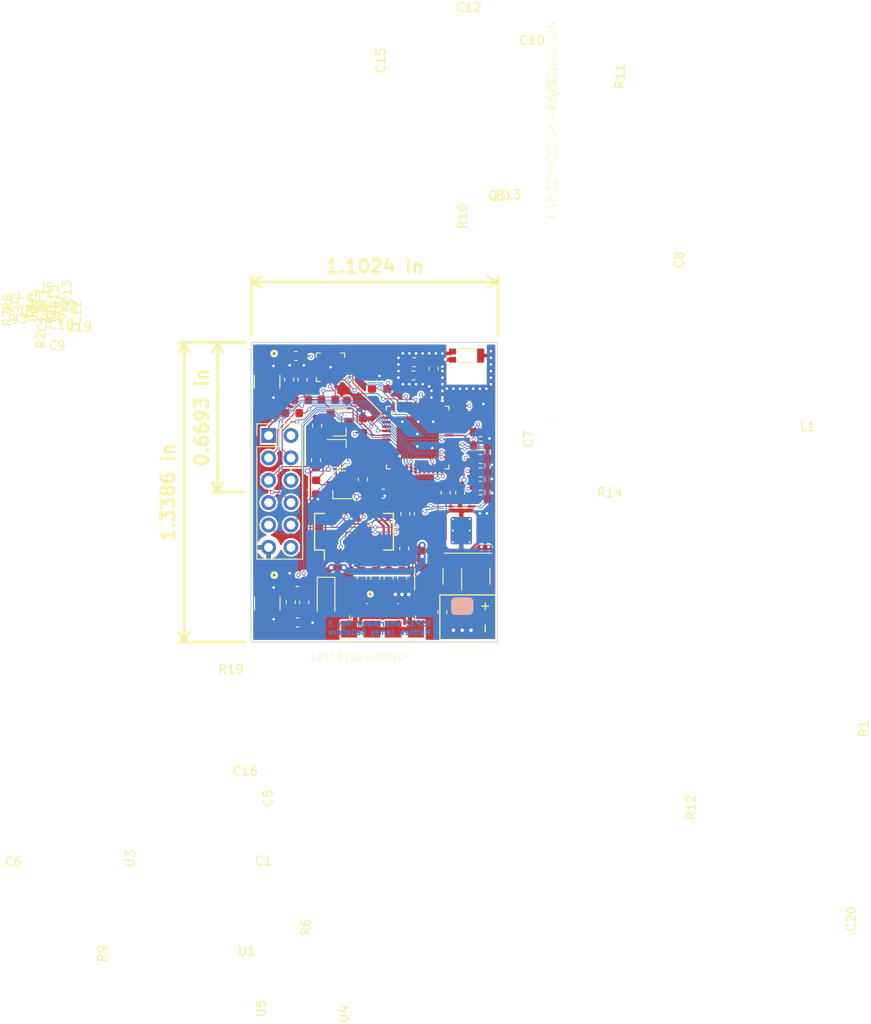
<source format=kicad_pcb>
(kicad_pcb (version 20171130) (host pcbnew "(5.0.1)-3")
  (layers (0 F.Cu signal) (1 In1.Cu power) (2 In2.Cu power) (31 B.Cu signal) (34 B.Paste user) (35 F.Paste user) (36 B.SilkS user) (37 F.SilkS user) (38 B.Mask user) (39 F.Mask user) (44 Edge.Cuts user))
  (net 0 "")
  (net 1 "/ESP32 Pico D4/IO0")
  (net 2 "/ESP32 Pico D4/IO2")
  (net 3 "/ESP32 Pico D4/IO15")
  (net 4 "/ESP32 Pico D4/IO12")
  (net 5 "Net-(C6-Pad1)")
  (net 6 GND)
  (net 7 "Net-(C7-Pad1)")
  (net 8 Z_SIG)
  (net 9 +3V3)
  (net 10 X_SIG)
  (net 11 Y_SIG)
  (net 12 "Net-(U7-Pad2)")
  (net 13 "Net-(ESP1-Pad47)")
  (net 14 "/ESP32 Pico D4/ESP32_RX")
  (net 15 /MISO)
  (net 16 /LCD_RST)
  (net 17 "/ESP32 Pico D4/ESP32_TX")
  (net 18 /LCD_A0)
  (net 19 "Net-(ESP1-Pad44)")
  (net 20 "Net-(ESP1-Pad45)")
  (net 21 "Net-(ESP1-Pad48)")
  (net 22 "/ESP32 Pico D4/IO17")
  (net 23 /LCD_CS)
  (net 24 "Net-(ESP1-Pad31)")
  (net 25 "Net-(ESP1-Pad26)")
  (net 26 /LCD_SCK)
  (net 27 /MOSI)
  (net 28 "Net-(ESP1-Pad32)")
  (net 29 "Net-(ESP1-Pad30)")
  (net 30 /LCD_PEN)
  (net 31 "/ESP32 Pico D4/IO9")
  (net 32 "/ESP32 Pico D4/IO16")
  (net 33 "Net-(ESP1-Pad33)")
  (net 34 /LCD_LED_CTRL)
  (net 35 /Charge_Enable)
  (net 36 "/ESP32 Pico D4/IO26")
  (net 37 /TOUCH_CS)
  (net 38 "/ESP32 Pico D4/IO13")
  (net 39 "/ESP32 Pico D4/IO27")
  (net 40 "/ESP32 Pico D4/IO37")
  (net 41 "/ESP32 Pico D4/IO36")
  (net 42 "/ESP32 Pico D4/LNA_IN")
  (net 43 "Net-(ESP1-Pad8)")
  (net 44 "/ESP32 Pico D4/IO34")
  (net 45 "/ESP32 Pico D4/IO32")
  (net 46 "/ESP32 Pico D4/EN")
  (net 47 BAT+)
  (net 48 "Net-(ANT1-PadFEED)")
  (net 49 "/ESP32 Pico D4/USB_DP")
  (net 50 "/ESP32 Pico D4/USB_DN")
  (net 51 "Net-(J1-Pad4)")
  (net 52 "Net-(D2-Pad2)")
  (net 53 "Net-(J1-PadSH1)")
  (net 54 "Net-(R1-Pad2)")
  (net 55 "/ESP32 Pico D4/RXD")
  (net 56 "/ESP32 Pico D4/TXD")
  (net 57 "Net-(R4-Pad1)")
  (net 58 "Net-(R12-Pad1)")
  (net 59 VUSB)
  (net 60 "Net-(R10-Pad1)")
  (net 61 "Net-(R9-Pad2)")
  (net 62 "/ESP32 Pico D4/DTR")
  (net 63 "Net-(Q2-Pad1)")
  (net 64 "Net-(Q1-Pad1)")
  (net 65 "/ESP32 Pico D4/RTS")
  (net 66 UV_LO)
  (net 67 /LCD_LED)
  (net 68 "Net-(C4-Pad1)")
  (net 69 "Net-(U3-Pad5)")
  (net 70 "Net-(U3-Pad7)")
  (net 71 "Net-(U3-Pad8)")
  (net 72 "Net-(U3-Pad9)")
  (net 73 "Net-(U3-Pad10)")
  (net 74 "Net-(U3-Pad19)")
  (net 75 "Net-(C1-Pad1)")
  (module Capacitor_SMD:C_0603_1608Metric (layer F.Cu) (at 156.337 61.214 90)
    (fp_text reference C7 (at -6.7055 27.178 90) (layer F.SilkS))
    (fp_text value 0.1u)
    (pad 2 smd roundrect (at 0.7875 0 90) (size 0.875 0.95) (layers F.Cu F.Paste F.Mask) (net 6 GND))
    (pad 1 smd roundrect (at -0.7875 0 90) (size 0.875 0.95) (layers F.Cu F.Paste F.Mask) (net 7 "Net-(C7-Pad1)"))
  )
  (module Capacitor_SMD:C_0603_1608Metric (layer F.Cu) (at 173.736 87.63 270)
    (fp_text reference C20 (at 34.798 -46.482 270) (layer F.SilkS))
    (fp_text value 10uF)
    (pad 1 smd roundrect (at -0.7875 0 270) (size 0.875 0.95) (layers F.Cu F.Paste F.Mask) (net 47 BAT+))
    (pad 2 smd roundrect (at 0.7875 0 270) (size 0.875 0.95) (layers F.Cu F.Paste F.Mask) (net 6 GND))
  )
  (module Capacitor_SMD:C_0603_1608Metric (layer F.Cu) (at 170.5375 59.25 180)
    (fp_text reference C12 (at -6.1975 40.259 180) (layer F.SilkS))
    (fp_text value TBD)
    (pad 2 smd roundrect (at 0.7875 0 180) (size 0.875 0.95) (layers F.Cu F.Paste F.Mask) (net 6 GND))
    (pad 1 smd roundrect (at -0.7875 0 180) (size 0.875 0.95) (layers F.Cu F.Paste F.Mask) (net 48 "Net-(ANT1-PadFEED)"))
  )
  (module SmartWatch:TEST_PAD (layer F.Cu) (at 162.9 63.6)
    (fp_text reference J6 (at -32.766 -9.652) (layer F.SilkS))
    (fp_text value TEST_PAD)
    (pad 1 smd circle (at 0 0) (size 1 1) (layers F.Cu F.Paste F.Mask) (net 4 "/ESP32 Pico D4/IO12"))
  )
  (module SmartWatch:TEST_PAD (layer F.Cu) (at 164.719 68.707)
    (fp_text reference J5 (at -35.941 -17.907) (layer F.SilkS))
    (fp_text value TEST_PAD)
    (pad 1 smd circle (at 0 0) (size 1 1) (layers F.Cu F.Paste F.Mask) (net 3 "/ESP32 Pico D4/IO15"))
  )
  (module SmartWatch:TEST_PAD (layer F.Cu) (at 164.719 70.231)
    (fp_text reference J4 (at -36.195 -15.621) (layer F.SilkS))
    (fp_text value TEST_PAD)
    (pad 1 smd circle (at 0 0) (size 1 1) (layers F.Cu F.Paste F.Mask) (net 2 "/ESP32 Pico D4/IO2"))
  )
  (module SmartWatch:TEST_PAD (layer F.Cu) (at 166.243 71.755)
    (fp_text reference J3 (at -40.513 -17.399) (layer F.SilkS))
    (fp_text value TEST_PAD)
    (pad 1 smd circle (at 0 0) (size 1 1) (layers F.Cu F.Paste F.Mask) (net 1 "/ESP32 Pico D4/IO0"))
  )
  (module Resistor_SMD:R_0603_1608Metric (layer F.Cu) (at 159.4 73.4315 90)
    (fp_text reference R16 (at 30.734 16.637 90) (layer F.SilkS))
    (fp_text value 10k)
    (pad 1 smd roundrect (at -0.7875 0 90) (size 0.875 0.95) (layers F.Cu F.Paste F.Mask) (net 6 GND))
    (pad 2 smd roundrect (at 0.7875 0 90) (size 0.875 0.95) (layers F.Cu F.Paste F.Mask) (net 67 /LCD_LED))
  )
  (module Capacitor_SMD:C_0603_1608Metric (layer F.Cu) (at 178.0795 68.707)
    (fp_text reference C19 (at -45.593 -13.462) (layer F.SilkS))
    (fp_text value 0.1u)
    (pad 1 smd roundrect (at -0.7875 0) (size 0.875 0.95) (layers F.Cu F.Paste F.Mask) (net 9 +3V3))
    (pad 2 smd roundrect (at 0.7875 0) (size 0.875 0.95) (layers F.Cu F.Paste F.Mask) (net 6 GND))
  )
  (module Capacitor_SMD:C_0603_1608Metric (layer F.Cu) (at 178.0795 67.183)
    (fp_text reference C18 (at -47.6505 -12.192) (layer F.SilkS))
    (fp_text value 0.1u)
    (pad 2 smd roundrect (at 0.7875 0) (size 0.875 0.95) (layers F.Cu F.Paste F.Mask) (net 6 GND))
    (pad 1 smd roundrect (at -0.7875 0) (size 0.875 0.95) (layers F.Cu F.Paste F.Mask) (net 9 +3V3))
  )
  (module Capacitor_SMD:C_0603_1608Metric (layer F.Cu) (at 164.719 66.4465 90)
    (fp_text reference C17 (at 12.065 -36.449 90) (layer F.SilkS))
    (fp_text value 0.1u)
    (pad 1 smd roundrect (at -0.7875 0 90) (size 0.875 0.95) (layers F.Cu F.Paste F.Mask) (net 9 +3V3))
    (pad 2 smd roundrect (at 0.7875 0 90) (size 0.875 0.95) (layers F.Cu F.Paste F.Mask) (net 6 GND))
  )
  (module Capacitor_SMD:C_0603_1608Metric (layer F.Cu) (at 157.099 58.547 180)
    (fp_text reference C16 (at 5.7405 -47.117 180) (layer F.SilkS))
    (fp_text value 0.1u)
    (pad 2 smd roundrect (at 0.7875 0 180) (size 0.875 0.95) (layers F.Cu F.Paste F.Mask) (net 6 GND))
    (pad 1 smd roundrect (at -0.7875 0 180) (size 0.875 0.95) (layers F.Cu F.Paste F.Mask) (net 9 +3V3))
  )
  (module Capacitor_SMD:C_0603_1608Metric (layer F.Cu) (at 157.861 61.214 90)
    (fp_text reference C15 (at 36.1695 8.89 90) (layer F.SilkS))
    (fp_text value 0.1u)
    (pad 1 smd roundrect (at -0.7875 0 90) (size 0.875 0.95) (layers F.Cu F.Paste F.Mask) (net 46 "/ESP32 Pico D4/EN"))
    (pad 2 smd roundrect (at 0.7875 0 90) (size 0.875 0.95) (layers F.Cu F.Paste F.Mask) (net 6 GND))
  )
  (module Capacitor_SMD:C_0603_1608Metric (layer F.Cu) (at 169.164 83.693 90)
    (fp_text reference C14 (at 31.369 -41.656 90) (layer F.SilkS))
    (fp_text value 47p)
    (pad 2 smd roundrect (at 0.7875 0 90) (size 0.875 0.95) (layers F.Cu F.Paste F.Mask) (net 6 GND))
    (pad 1 smd roundrect (at -0.7875 0 90) (size 0.875 0.95) (layers F.Cu F.Paste F.Mask) (net 49 "/ESP32 Pico D4/USB_DP"))
  )
  (module Capacitor_SMD:C_0603_1608Metric (layer F.Cu) (at 172.75 59.9625 270)
    (fp_text reference C13 (at -8.636 41.656 270) (layer F.SilkS))
    (fp_text value TBD)
    (pad 1 smd roundrect (at -0.7875 0 270) (size 0.875 0.95) (layers F.Cu F.Paste F.Mask) (net 48 "Net-(ANT1-PadFEED)"))
    (pad 2 smd roundrect (at 0.7875 0 270) (size 0.875 0.95) (layers F.Cu F.Paste F.Mask) (net 42 "/ESP32 Pico D4/LNA_IN"))
  )
  (module Capacitor_SMD:C_0603_1608Metric (layer F.Cu) (at 167.5 61.5 90)
    (fp_text reference C11 (at 7.8485 -35.306 90) (layer F.SilkS))
    (fp_text value 0.1u)
    (pad 1 smd roundrect (at -0.7875 0 90) (size 0.875 0.95) (layers F.Cu F.Paste F.Mask) (net 9 +3V3))
    (pad 2 smd roundrect (at 0.7875 0 90) (size 0.875 0.95) (layers F.Cu F.Paste F.Mask) (net 6 GND))
  )
  (module Capacitor_SMD:C_0603_1608Metric (layer F.Cu) (at 176.8 64.2)
    (fp_text reference C9 (at -46.8375 -6.858) (layer F.SilkS))
    (fp_text value 0.1u)
    (pad 2 smd roundrect (at 0.7875 0) (size 0.875 0.95) (layers F.Cu F.Paste F.Mask) (net 6 GND))
    (pad 1 smd roundrect (at -0.7875 0) (size 0.875 0.95) (layers F.Cu F.Paste F.Mask) (net 9 +3V3))
  )
  (module Capacitor_SMD:C_0603_1608Metric (layer F.Cu) (at 164.592 83.693 90)
    (fp_text reference C8 (at 36.068 36.068 90) (layer F.SilkS))
    (fp_text value 47p)
    (pad 1 smd roundrect (at -0.7875 0 90) (size 0.875 0.95) (layers F.Cu F.Paste F.Mask) (net 50 "/ESP32 Pico D4/USB_DN"))
    (pad 2 smd roundrect (at 0.7875 0 90) (size 0.875 0.95) (layers F.Cu F.Paste F.Mask) (net 6 GND))
  )
  (module Capacitor_SMD:C_0603_1608Metric (layer F.Cu) (at 157.277 88.773)
    (fp_text reference C6 (at -32.258 27.178) (layer F.SilkS))
    (fp_text value "0.1u (NC)")
    (pad 1 smd roundrect (at -0.7875 0) (size 0.875 0.95) (layers F.Cu F.Paste F.Mask) (net 5 "Net-(C6-Pad1)"))
    (pad 2 smd roundrect (at 0.7875 0) (size 0.875 0.95) (layers F.Cu F.Paste F.Mask) (net 6 GND))
  )
  (module Capacitor_SMD:C_0603_1608Metric (layer F.Cu) (at 165.75 61.5 90)
    (fp_text reference C5 (at -47.244 -11.811 90) (layer F.SilkS))
    (fp_text value 0.1u)
    (pad 2 smd roundrect (at 0.7875 0 90) (size 0.875 0.95) (layers F.Cu F.Paste F.Mask) (net 6 GND))
    (pad 1 smd roundrect (at -0.7875 0 90) (size 0.875 0.95) (layers F.Cu F.Paste F.Mask) (net 45 "/ESP32 Pico D4/IO32"))
  )
  (module Capacitor_SMD:C_0603_1608Metric (layer F.Cu) (at 167.0305 74.168)
    (fp_text reference C4 (at -36.4745 -21.717) (layer F.SilkS))
    (fp_text value 0.1uF)
    (pad 1 smd roundrect (at -0.7875 0) (size 0.875 0.95) (layers F.Cu F.Paste F.Mask) (net 68 "Net-(C4-Pad1)"))
    (pad 2 smd roundrect (at 0.7875 0) (size 0.875 0.95) (layers F.Cu F.Paste F.Mask) (net 6 GND))
  )
  (module Capacitor_SMD:C_0603_1608Metric (layer F.Cu) (at 178.0795 73.279)
    (fp_text reference C3 (at -51.816 -20.828) (layer F.SilkS))
    (fp_text value 10uF)
    (pad 2 smd roundrect (at 0.7875 0) (size 0.875 0.95) (layers F.Cu F.Paste F.Mask) (net 6 GND))
    (pad 1 smd roundrect (at -0.7875 0) (size 0.875 0.95) (layers F.Cu F.Paste F.Mask) (net 9 +3V3))
  )
  (module Capacitor_SMD:C_0603_1608Metric (layer F.Cu) (at 178.0795 70.231)
    (fp_text reference C2 (at -46.609 -17.272) (layer F.SilkS))
    (fp_text value 10nF)
    (pad 1 smd roundrect (at -0.7875 0) (size 0.875 0.95) (layers F.Cu F.Paste F.Mask) (net 9 +3V3))
    (pad 2 smd roundrect (at 0.7875 0) (size 0.875 0.95) (layers F.Cu F.Paste F.Mask) (net 6 GND))
  )
  (module Capacitor_SMD:C_0603_1608Metric (layer F.Cu) (at 178.0795 74.803)
    (fp_text reference C1 (at -24.6635 41.021) (layer F.SilkS))
    (fp_text value 10nF)
    (pad 2 smd roundrect (at 0.7875 0) (size 0.875 0.95) (layers F.Cu F.Paste F.Mask) (net 6 GND))
    (pad 1 smd roundrect (at -0.7875 0) (size 0.875 0.95) (layers F.Cu F.Paste F.Mask) (net 75 "Net-(C1-Pad1)"))
  )
  (module Capacitor_SMD:C_0603_1608Metric (layer F.Cu) (at 178.0795 71.755)
    (fp_text reference C10 (at 5.842 -49.022) (layer F.SilkS))
    (fp_text value 10u)
    (pad 1 smd roundrect (at -0.7875 0) (size 0.875 0.95) (layers F.Cu F.Paste F.Mask) (net 9 +3V3))
    (pad 2 smd roundrect (at 0.7875 0) (size 0.875 0.95) (layers F.Cu F.Paste F.Mask) (net 6 GND))
  )
  (module Connector_PinHeader_2.54mm:PinHeader_2x06_P2.54mm_Vertical (layer F.Cu) (at 154 67.564)
    (fp_text reference U2 (at -24.968 -14.224) (layer F.SilkS))
    (fp_text value LCD_TOUCH)
    (pad 1 thru_hole rect (at 0 0) (size 1.7 1.7) (drill 1) (layers *.Cu *.Mask) (net 57 "Net-(R4-Pad1)"))
    (pad 2 thru_hole oval (at 2.54 0) (size 1.7 1.7) (drill 1) (layers *.Cu *.Mask))
    (pad 3 thru_hole oval (at 0 2.54) (size 1.7 1.7) (drill 1) (layers *.Cu *.Mask) (net 23 /LCD_CS))
    (pad 4 thru_hole oval (at 2.54 2.54) (size 1.7 1.7) (drill 1) (layers *.Cu *.Mask) (net 37 /TOUCH_CS))
    (pad 5 thru_hole oval (at 0 5.08) (size 1.7 1.7) (drill 1) (layers *.Cu *.Mask) (net 67 /LCD_LED))
    (pad 6 thru_hole oval (at 2.54 5.08) (size 1.7 1.7) (drill 1) (layers *.Cu *.Mask) (net 15 /MISO))
    (pad 7 thru_hole oval (at 0 7.62) (size 1.7 1.7) (drill 1) (layers *.Cu *.Mask) (net 16 /LCD_RST))
    (pad 8 thru_hole oval (at 2.54 7.62) (size 1.7 1.7) (drill 1) (layers *.Cu *.Mask) (net 18 /LCD_A0))
    (pad 9 thru_hole oval (at 0 10.16) (size 1.7 1.7) (drill 1) (layers *.Cu *.Mask) (net 26 /LCD_SCK))
    (pad 10 thru_hole oval (at 2.54 10.16) (size 1.7 1.7) (drill 1) (layers *.Cu *.Mask) (net 27 /MOSI))
    (pad 11 thru_hole oval (at 0 12.7) (size 1.7 1.7) (drill 1) (layers *.Cu *.Mask) (net 6 GND))
    (pad 12 thru_hole oval (at 2.54 12.7) (size 1.7 1.7) (drill 1) (layers *.Cu *.Mask) (net 9 +3V3))
  )
  (module Diode_SMD:D_SOD-123F (layer F.Cu) (at 160.528 85.852 270)
    (fp_text reference D2 (at -32.131 33.274 270) (layer F.SilkS))
    (fp_text value FSV340FP)
    (pad 1 smd rect (at -1.4 0 270) (size 1.1 1.1) (layers F.Cu F.Paste F.Mask) (net 59 VUSB))
    (pad 2 smd rect (at 1.4 0 270) (size 1.1 1.1) (layers F.Cu F.Paste F.Mask) (net 52 "Net-(D2-Pad2)"))
  )
  (module Inductor_SMD:L_0603_1608Metric (layer F.Cu) (at 170.4625 60.75 180)
    (fp_text reference L1 (at -44.7875 -5.8 180) (layer F.SilkS))
    (fp_text value TBD)
    (pad 1 smd roundrect (at -0.7875 0 180) (size 0.875 0.95) (layers F.Cu F.Paste F.Mask) (net 42 "/ESP32 Pico D4/LNA_IN"))
    (pad 2 smd roundrect (at 0.7875 0 180) (size 0.875 0.95) (layers F.Cu F.Paste F.Mask) (net 6 GND))
  )
  (module Package_SO:HSOP-8-1EP_3.9x4.9mm_P1.27mm_EP2.41x3.1mm_ThermalVias (layer F.Cu) (at 175.895 78.359 180)
    (fp_text reference U1 (at 24.384 -47.752 180) (layer F.SilkS))
    (fp_text value S-13A1A33-E8T1U3)
    (pad 9 smd roundrect (at 0 0 180) (size 2.41 3.1) (layers F.Cu F.Mask) (roundrect_rratio 0.103734) (net 6 GND))
    (pad 9 thru_hole circle (at -0.955 -1.3 180) (size 0.5 0.5) (drill 0.2) (layers *.Cu) (net 6 GND))
    (pad 9 thru_hole circle (at 0.955 -1.3 180) (size 0.5 0.5) (drill 0.2) (layers *.Cu) (net 6 GND))
    (pad 9 thru_hole circle (at -0.955 0 180) (size 0.5 0.5) (drill 0.2) (layers *.Cu) (net 6 GND))
    (pad 9 thru_hole circle (at 0.955 0 180) (size 0.5 0.5) (drill 0.2) (layers *.Cu) (net 6 GND))
    (pad 9 thru_hole circle (at -0.955 1.3 180) (size 0.5 0.5) (drill 0.2) (layers *.Cu) (net 6 GND))
    (pad 9 thru_hole circle (at 0.955 1.3 180) (size 0.5 0.5) (drill 0.2) (layers *.Cu) (net 6 GND))
    (pad 9 smd roundrect (at 0 0 180) (size 2.41 3.1) (layers B.Cu) (roundrect_rratio 0.103734) (net 6 GND))
    (pad 1 smd roundrect (at -2.65 -1.905 180) (size 1.6 0.6) (layers F.Cu F.Paste F.Mask) (net 9 +3V3))
    (pad 2 smd roundrect (at -2.65 -0.635 180) (size 1.6 0.6) (layers F.Cu F.Paste F.Mask) (net 66 UV_LO))
    (pad 3 smd roundrect (at -2.65 0.635 180) (size 1.6 0.6) (layers F.Cu F.Paste F.Mask))
    (pad 4 smd roundrect (at -2.65 1.905 180) (size 1.6 0.6) (layers F.Cu F.Paste F.Mask) (net 6 GND))
    (pad 5 smd roundrect (at 2.65 1.905 180) (size 1.6 0.6) (layers F.Cu F.Paste F.Mask) (net 75 "Net-(C1-Pad1)"))
    (pad 6 smd roundrect (at 2.65 0.635 180) (size 1.6 0.6) (layers F.Cu F.Paste F.Mask))
    (pad 7 smd roundrect (at 2.65 -0.635 180) (size 1.6 0.6) (layers F.Cu F.Paste F.Mask))
    (pad 8 smd roundrect (at 2.65 -1.905 180) (size 1.6 0.6) (layers F.Cu F.Paste F.Mask) (net 47 BAT+))
  )
  (module Package_SO:SSOP-20_3.9x8.7mm_P0.635mm (layer F.Cu) (at 163.703 78.486 90)
    (fp_text reference U3 (at -37.084 -25.4 90) (layer F.SilkS))
    (fp_text value FT231XS)
    (pad 1 smd rect (at -2.6 -2.8575 90) (size 1.2 0.4) (layers F.Cu F.Paste F.Mask) (net 62 "/ESP32 Pico D4/DTR"))
    (pad 2 smd rect (at -2.6 -2.2225 90) (size 1.2 0.4) (layers F.Cu F.Paste F.Mask) (net 65 "/ESP32 Pico D4/RTS"))
    (pad 3 smd rect (at -2.6 -1.5875 90) (size 1.2 0.4) (layers F.Cu F.Paste F.Mask) (net 68 "Net-(C4-Pad1)"))
    (pad 4 smd rect (at -2.6 -0.9525 90) (size 1.2 0.4) (layers F.Cu F.Paste F.Mask) (net 55 "/ESP32 Pico D4/RXD"))
    (pad 5 smd rect (at -2.6 -0.3175 90) (size 1.2 0.4) (layers F.Cu F.Paste F.Mask) (net 69 "Net-(U3-Pad5)"))
    (pad 6 smd rect (at -2.6 0.3175 90) (size 1.2 0.4) (layers F.Cu F.Paste F.Mask) (net 6 GND))
    (pad 7 smd rect (at -2.6 0.9525 90) (size 1.2 0.4) (layers F.Cu F.Paste F.Mask) (net 70 "Net-(U3-Pad7)"))
    (pad 8 smd rect (at -2.6 1.5875 90) (size 1.2 0.4) (layers F.Cu F.Paste F.Mask) (net 71 "Net-(U3-Pad8)"))
    (pad 9 smd rect (at -2.6 2.2225 90) (size 1.2 0.4) (layers F.Cu F.Paste F.Mask) (net 72 "Net-(U3-Pad9)"))
    (pad 10 smd rect (at -2.6 2.8575 90) (size 1.2 0.4) (layers F.Cu F.Paste F.Mask) (net 73 "Net-(U3-Pad10)"))
    (pad 11 smd rect (at 2.6 2.8575 90) (size 1.2 0.4) (layers F.Cu F.Paste F.Mask) (net 60 "Net-(R10-Pad1)"))
    (pad 12 smd rect (at 2.6 2.2225 90) (size 1.2 0.4) (layers F.Cu F.Paste F.Mask) (net 61 "Net-(R9-Pad2)"))
    (pad 13 smd rect (at 2.6 1.5875 90) (size 1.2 0.4) (layers F.Cu F.Paste F.Mask) (net 68 "Net-(C4-Pad1)"))
    (pad 14 smd rect (at 2.6 0.9525 90) (size 1.2 0.4) (layers F.Cu F.Paste F.Mask) (net 68 "Net-(C4-Pad1)"))
    (pad 15 smd rect (at 2.6 0.3175 90) (size 1.2 0.4) (layers F.Cu F.Paste F.Mask) (net 9 +3V3))
    (pad 16 smd rect (at 2.6 -0.3175 90) (size 1.2 0.4) (layers F.Cu F.Paste F.Mask) (net 6 GND))
    (pad 17 smd rect (at 2.6 -0.9525 90) (size 1.2 0.4) (layers F.Cu F.Paste F.Mask) (net 58 "Net-(R12-Pad1)"))
    (pad 18 smd rect (at 2.6 -1.5875 90) (size 1.2 0.4) (layers F.Cu F.Paste F.Mask) (net 35 /Charge_Enable))
    (pad 19 smd rect (at 2.6 -2.2225 90) (size 1.2 0.4) (layers F.Cu F.Paste F.Mask) (net 74 "Net-(U3-Pad19)"))
    (pad 20 smd rect (at 2.6 -2.8575 90) (size 1.2 0.4) (layers F.Cu F.Paste F.Mask) (net 56 "/ESP32 Pico D4/TXD"))
  )
  (module Package_TO_SOT_SMD:SOT-23 (layer F.Cu) (at 162.052 73.152 180)
    (fp_text reference Q3 (at -17.907 32.766 180) (layer F.SilkS))
    (fp_text value FDN340P)
    (pad 1 smd rect (at -1 -0.95 180) (size 0.9 0.8) (layers F.Cu F.Paste F.Mask) (net 9 +3V3))
    (pad 2 smd rect (at -1 0.95 180) (size 0.9 0.8) (layers F.Cu F.Paste F.Mask) (net 34 /LCD_LED_CTRL))
    (pad 3 smd rect (at 1 0 180) (size 0.9 0.8) (layers F.Cu F.Paste F.Mask) (net 67 /LCD_LED))
  )
  (module Package_TO_SOT_SMD:SOT-23 (layer F.Cu) (at 162.052 66.04)
    (fp_text reference Q2 (at -30.861 -13.208) (layer F.SilkS))
    (fp_text value MMBT3904)
    (pad 3 smd rect (at 1 0) (size 0.9 0.8) (layers F.Cu F.Paste F.Mask) (net 46 "/ESP32 Pico D4/EN"))
    (pad 2 smd rect (at -1 0.95) (size 0.9 0.8) (layers F.Cu F.Paste F.Mask) (net 65 "/ESP32 Pico D4/RTS"))
    (pad 1 smd rect (at -1 -0.95) (size 0.9 0.8) (layers F.Cu F.Paste F.Mask) (net 63 "Net-(Q2-Pad1)"))
  )
  (module Package_TO_SOT_SMD:SOT-23 (layer F.Cu) (at 162.052 69.596)
    (fp_text reference Q1 (at -32.385 -15.621) (layer F.SilkS))
    (fp_text value MMBT3904)
    (pad 1 smd rect (at -1 -0.95) (size 0.9 0.8) (layers F.Cu F.Paste F.Mask) (net 64 "Net-(Q1-Pad1)"))
    (pad 2 smd rect (at -1 0.95) (size 0.9 0.8) (layers F.Cu F.Paste F.Mask) (net 62 "/ESP32 Pico D4/DTR"))
    (pad 3 smd rect (at 1 0) (size 0.9 0.8) (layers F.Cu F.Paste F.Mask) (net 1 "/ESP32 Pico D4/IO0"))
  )
  (module Package_TO_SOT_SMD:SOT-23-5 (layer F.Cu) (at 172.212 83.566 90)
    (fp_text reference U5 (at -49.022 -19.05 90) (layer F.SilkS))
    (fp_text value MCP73811T-420I-OT)
    (pad 5 smd rect (at 1.1 -0.95 90) (size 1.06 0.65) (layers F.Cu F.Paste F.Mask) (net 59 VUSB))
    (pad 4 smd rect (at 1.1 0.95 90) (size 1.06 0.65) (layers F.Cu F.Paste F.Mask) (net 59 VUSB))
    (pad 3 smd rect (at -1.1 0.95 90) (size 1.06 0.65) (layers F.Cu F.Paste F.Mask) (net 47 BAT+))
    (pad 2 smd rect (at -1.1 0 90) (size 1.06 0.65) (layers F.Cu F.Paste F.Mask) (net 6 GND))
    (pad 1 smd rect (at -1.1 -0.95 90) (size 1.06 0.65) (layers F.Cu F.Paste F.Mask) (net 54 "Net-(R1-Pad2)"))
  )
  (module Package_TO_SOT_SMD:SOT-23-5 (layer F.Cu) (at 177.546 83.566 90)
    (fp_text reference U4 (at -49.657 -14.986 90) (layer F.SilkS))
    (fp_text value MAX9065)
    (pad 1 smd rect (at -1.1 -0.95 90) (size 1.06 0.65) (layers F.Cu F.Paste F.Mask) (net 47 BAT+))
    (pad 2 smd rect (at -1.1 0 90) (size 1.06 0.65) (layers F.Cu F.Paste F.Mask) (net 6 GND))
    (pad 3 smd rect (at -1.1 0.95 90) (size 1.06 0.65) (layers F.Cu F.Paste F.Mask) (net 6 GND))
    (pad 4 smd rect (at 1.1 0.95 90) (size 1.06 0.65) (layers F.Cu F.Paste F.Mask) (net 47 BAT+))
    (pad 5 smd rect (at 1.1 -0.95 90) (size 1.06 0.65) (layers F.Cu F.Paste F.Mask) (net 66 UV_LO))
  )
  (module Resistor_SMD:R_0603_1608Metric (layer F.Cu) (at 159.512 66.4465 270)
    (fp_text reference R5 (at -12.7255 34.417 270) (layer F.SilkS))
    (fp_text value 10k)
    (pad 2 smd roundrect (at 0.7875 0 270) (size 0.875 0.95) (layers F.Cu F.Paste F.Mask) (net 64 "Net-(Q1-Pad1)"))
    (pad 1 smd roundrect (at -0.7875 0 270) (size 0.875 0.95) (layers F.Cu F.Paste F.Mask) (net 65 "/ESP32 Pico D4/RTS"))
  )
  (module Resistor_SMD:R_0603_1608Metric (layer F.Cu) (at 159.385 70.3835 90)
    (fp_text reference R7 (at 16.1545 -35.052 90) (layer F.SilkS))
    (fp_text value 10k)
    (pad 1 smd roundrect (at -0.7875 0 90) (size 0.875 0.95) (layers F.Cu F.Paste F.Mask) (net 62 "/ESP32 Pico D4/DTR"))
    (pad 2 smd roundrect (at 0.7875 0 90) (size 0.875 0.95) (layers F.Cu F.Paste F.Mask) (net 63 "Net-(Q2-Pad1)"))
  )
  (module Resistor_SMD:R_0603_1608Metric (layer F.Cu) (at 166.116 83.693 90)
    (fp_text reference R9 (at -42.672 -30.988 90) (layer F.SilkS))
    (fp_text value 27)
    (pad 2 smd roundrect (at 0.7875 0 90) (size 0.875 0.95) (layers F.Cu F.Paste F.Mask) (net 61 "Net-(R9-Pad2)"))
    (pad 1 smd roundrect (at -0.7875 0 90) (size 0.875 0.95) (layers F.Cu F.Paste F.Mask) (net 50 "/ESP32 Pico D4/USB_DN"))
  )
  (module Resistor_SMD:R_0603_1608Metric (layer F.Cu) (at 167.64 83.693 270)
    (fp_text reference R10 (at -30.861 40.513 270) (layer F.SilkS))
    (fp_text value 27)
    (pad 1 smd roundrect (at -0.7875 0 270) (size 0.875 0.95) (layers F.Cu F.Paste F.Mask) (net 60 "Net-(R10-Pad1)"))
    (pad 2 smd roundrect (at 0.7875 0 270) (size 0.875 0.95) (layers F.Cu F.Paste F.Mask) (net 49 "/ESP32 Pico D4/USB_DP"))
  )
  (module Resistor_SMD:R_0603_1608Metric (layer F.Cu) (at 158.039 86.5125 270)
    (fp_text reference R12 (at 23.241 -43.942 270) (layer F.SilkS))
    (fp_text value 47k)
    (pad 2 smd roundrect (at 0.7875 0 270) (size 0.875 0.95) (layers F.Cu F.Paste F.Mask) (net 59 VUSB))
    (pad 1 smd roundrect (at -0.7875 0 270) (size 0.875 0.95) (layers F.Cu F.Paste F.Mask) (net 58 "Net-(R12-Pad1)"))
  )
  (module Resistor_SMD:R_0603_1608Metric (layer F.Cu) (at 157.2515 84.201)
    (fp_text reference R13 (at 24.003 -43.942) (layer F.SilkS))
    (fp_text value 10k)
    (pad 1 smd roundrect (at -0.7875 0) (size 0.875 0.95) (layers F.Cu F.Paste F.Mask) (net 6 GND))
    (pad 2 smd roundrect (at 0.7875 0) (size 0.875 0.95) (layers F.Cu F.Paste F.Mask) (net 58 "Net-(R12-Pad1)"))
  )
  (module Resistor_SMD:R_0603_1608Metric (layer F.Cu) (at 160.782 63.5)
    (fp_text reference R14 (at 31.9785 10.541) (layer F.SilkS))
    (fp_text value 10k)
    (pad 2 smd roundrect (at 0.7875 0) (size 0.875 0.95) (layers F.Cu F.Paste F.Mask) (net 9 +3V3))
    (pad 1 smd roundrect (at -0.7875 0) (size 0.875 0.95) (layers F.Cu F.Paste F.Mask) (net 46 "/ESP32 Pico D4/EN"))
  )
  (module Resistor_SMD:R_0603_1608Metric (layer F.Cu) (at 164.719 72.5425 90)
    (fp_text reference R15 (at 20.7265 -35.052 90) (layer F.SilkS))
    (fp_text value 10k)
    (pad 1 smd roundrect (at -0.7875 0 90) (size 0.875 0.95) (layers F.Cu F.Paste F.Mask) (net 9 +3V3))
    (pad 2 smd roundrect (at 0.7875 0 90) (size 0.875 0.95) (layers F.Cu F.Paste F.Mask) (net 1 "/ESP32 Pico D4/IO0"))
  )
  (module Resistor_SMD:R_0603_1608Metric (layer F.Cu) (at 157.734 63.5 180)
    (fp_text reference R19 (at 8.001 -30.607 180) (layer F.SilkS))
    (fp_text value 0R)
    (pad 2 smd roundrect (at 0.7875 0 180) (size 0.875 0.95) (layers F.Cu F.Paste F.Mask) (net 7 "Net-(C7-Pad1)"))
    (pad 1 smd roundrect (at -0.7875 0 180) (size 0.875 0.95) (layers F.Cu F.Paste F.Mask) (net 46 "/ESP32 Pico D4/EN"))
  )
  (module Resistor_SMD:R_0603_1608Metric (layer F.Cu) (at 156.515 86.487 270)
    (fp_text reference R8 (at -34.036 32.131 270) (layer F.SilkS))
    (fp_text value 0R)
    (pad 1 smd roundrect (at -0.7875 0 270) (size 0.875 0.95) (layers F.Cu F.Paste F.Mask) (net 1 "/ESP32 Pico D4/IO0"))
    (pad 2 smd roundrect (at 0.7875 0 270) (size 0.875 0.95) (layers F.Cu F.Paste F.Mask) (net 5 "Net-(C6-Pad1)"))
  )
  (module Resistor_SMD:R_0603_1608Metric (layer F.Cu) (at 174.117 74.0665 270)
    (fp_text reference R6 (at 49.276 15.875 270) (layer F.SilkS))
    (fp_text value 10k)
    (pad 2 smd roundrect (at 0.7875 0 270) (size 0.875 0.95) (layers F.Cu F.Paste F.Mask) (net 47 BAT+))
    (pad 1 smd roundrect (at -0.7875 0 270) (size 0.875 0.95) (layers F.Cu F.Paste F.Mask) (net 45 "/ESP32 Pico D4/IO32"))
  )
  (module Resistor_SMD:R_0603_1608Metric (layer F.Cu) (at 156.6925 65.024)
    (fp_text reference R4 (at -28.8035 -12.192) (layer F.SilkS))
    (fp_text value 0R)
    (pad 1 smd roundrect (at -0.7875 0) (size 0.875 0.95) (layers F.Cu F.Paste F.Mask) (net 57 "Net-(R4-Pad1)"))
    (pad 2 smd roundrect (at 0.7875 0) (size 0.875 0.95) (layers F.Cu F.Paste F.Mask) (net 30 /LCD_PEN))
  )
  (module Resistor_SMD:R_0603_1608Metric (layer F.Cu) (at 171.069 76.4285 90)
    (fp_text reference R3 (at 24.3585 -42.545 90) (layer F.SilkS))
    (fp_text value 0R)
    (pad 2 smd roundrect (at 0.7875 0 90) (size 0.875 0.95) (layers F.Cu F.Paste F.Mask) (net 14 "/ESP32 Pico D4/ESP32_RX"))
    (pad 1 smd roundrect (at -0.7875 0 90) (size 0.875 0.95) (layers F.Cu F.Paste F.Mask) (net 56 "/ESP32 Pico D4/TXD"))
  )
  (module Resistor_SMD:R_0603_1608Metric (layer F.Cu) (at 169.545 76.454 90)
    (fp_text reference R2 (at 19.7105 -41.402 90) (layer F.SilkS))
    (fp_text value 0R)
    (pad 1 smd roundrect (at -0.7875 0 90) (size 0.875 0.95) (layers F.Cu F.Paste F.Mask) (net 55 "/ESP32 Pico D4/RXD"))
    (pad 2 smd roundrect (at 0.7875 0 90) (size 0.875 0.95) (layers F.Cu F.Paste F.Mask) (net 17 "/ESP32 Pico D4/ESP32_TX"))
  )
  (module Resistor_SMD:R_0603_1608Metric (layer F.Cu) (at 169.418 80.391 270)
    (fp_text reference R1 (at 20.447 -52.197 270) (layer F.SilkS))
    (fp_text value 0R)
    (pad 2 smd roundrect (at 0.7875 0 270) (size 0.875 0.95) (layers F.Cu F.Paste F.Mask) (net 54 "Net-(R1-Pad2)"))
    (pad 1 smd roundrect (at -0.7875 0 270) (size 0.875 0.95) (layers F.Cu F.Paste F.Mask) (net 35 /Charge_Enable))
  )
  (module Resistor_SMD:R_0603_1608Metric (layer F.Cu) (at 175.768 74.0665 90)
    (fp_text reference R11 (at 47.2695 18.161 90) (layer F.SilkS))
    (fp_text value 10k)
    (pad 1 smd roundrect (at -0.7875 0 90) (size 0.875 0.95) (layers F.Cu F.Paste F.Mask) (net 6 GND))
    (pad 2 smd roundrect (at 0.7875 0 90) (size 0.875 0.95) (layers F.Cu F.Paste F.Mask) (net 45 "/ESP32 Pico D4/IO32"))
  )
  (module SmartWatch:AMPHENOL_10118192-0001LF (layer F.Cu) (at 166.953 86.87)
    (fp_text reference J1 (at -37.592 -33.528) (layer F.SilkS) (effects (font (size 0.787417 0.787417) (thickness 0.05))))
    (fp_text value 10118192-0001LF (at -2.58014 5.85033) (layer F.SilkS) (effects (font (size 0.787449 0.787449) (thickness 0.05))))
    (fp_text user PCB~Edge (at 5.20496 3.90372) (layer Edge.Cuts) (effects (font (thickness 0.05))))
    (pad 3 smd rect (at 0 0) (size 0.4 1.35) (layers F.Cu F.Paste F.Mask) (net 49 "/ESP32 Pico D4/USB_DP"))
    (pad 2 smd rect (at -0.65 0) (size 0.4 1.35) (layers F.Cu F.Paste F.Mask) (net 50 "/ESP32 Pico D4/USB_DN"))
    (pad 4 smd rect (at 0.65 0) (size 0.4 1.35) (layers F.Cu F.Paste F.Mask) (net 51 "Net-(J1-Pad4)"))
    (pad 1 smd rect (at -1.3 0) (size 0.4 1.35) (layers F.Cu F.Paste F.Mask) (net 52 "Net-(D2-Pad2)"))
    (pad 5 smd rect (at 1.3 0) (size 0.4 1.35) (layers F.Cu F.Paste F.Mask) (net 6 GND))
    (pad SH1 smd rect (at -3.1 0.125) (size 2.1 1.6) (layers F.Cu F.Paste F.Mask) (net 53 "Net-(J1-PadSH1)"))
    (pad SH2 smd rect (at 3.1 0.125) (size 2.1 1.6) (layers F.Cu F.Paste F.Mask) (net 53 "Net-(J1-PadSH1)"))
    (pad SH3 smd rect (at -3.8 2.675 180) (size 1.8 1.9) (layers F.Cu F.Paste F.Mask) (net 53 "Net-(J1-PadSH1)"))
    (pad SH6 smd rect (at 3.8 2.675 180) (size 1.8 1.9) (layers F.Cu F.Paste F.Mask) (net 53 "Net-(J1-PadSH1)"))
    (pad SH4 smd rect (at -1.2 2.675) (size 1.9 1.9) (layers F.Cu F.Paste F.Mask) (net 53 "Net-(J1-PadSH1)"))
    (pad SH5 smd rect (at 1.2 2.675) (size 1.9 1.9) (layers F.Cu F.Paste F.Mask) (net 53 "Net-(J1-PadSH1)"))
  )
  (module SmartWatch:ANTENNA_W3008 (layer F.Cu) (at 176.5 58.5 180)
    (fp_text reference ANT1 (at -9.9 -7.1 180) (layer F.SilkS) (effects (font (size 0.480214 0.480214) (thickness 0.015))))
    (fp_text value W3008)
    (pad G1 smd rect (at 1.6 0.475 180) (size 0.8 0.65) (layers F.Cu F.Paste F.Mask) (net 6 GND))
    (pad FEED smd rect (at 1.6 -0.475 180) (size 0.8 0.65) (layers F.Cu F.Paste F.Mask) (net 48 "Net-(ANT1-PadFEED)"))
    (pad G2 smd rect (at -1.6 0 180) (size 0.8 1.6) (layers F.Cu F.Paste F.Mask) (net 6 GND))
  )
  (module SmartWatch:BATTERY (layer F.Cu) (at 176 88.2 90)
    (fp_text reference J2 (at 36.068 -50.8 90) (layer F.SilkS))
    (fp_text value Bat_in)
    (fp_text user - (at -1.27 2.54 90) (layer F.SilkS))
    (fp_text user + (at 1.27 2.54 90) (layer F.SilkS))
    (pad 1 smd roundrect (at -1.27 0 90) (size 2 2.54) (layers F.Cu F.Paste F.Mask) (net 6 GND))
    (pad 2 smd roundrect (at 1.27 0 90) (size 2 2.54) (layers F.Cu F.Paste B.SilkS F.Mask) (net 47 BAT+))
  )
  (module SmartWatch:ESP32_D4_PICO_HAND_SOLDER (layer F.Cu) (at 170.942 67.8 270)
    (fp_text reference ESP1 (at -39.116 -15.24 270) (layer F.SilkS) (effects (font (thickness 0.05))))
    (fp_text value ESP32PICO_D4-esp32pico_d4 (at -36.068 -15.24 270) (layer F.SilkS) (effects (font (thickness 0.05))))
    (pad 49 smd rect (at 0 0 270) (size 4.8 4.8) (layers F.Cu F.Paste F.Mask) (net 6 GND))
    (pad 47 smd rect (at -2.25 -3.5444) (size 1 0.28) (layers F.Cu F.Paste F.Mask) (net 13 "Net-(ESP1-Pad47)"))
    (pad 40 smd rect (at 1.25 -3.5444) (size 1 0.28) (layers F.Cu F.Paste F.Mask) (net 14 "/ESP32 Pico D4/ESP32_RX"))
    (pad 38 smd rect (at 2.25 -3.5444) (size 1 0.28) (layers F.Cu F.Paste F.Mask) (net 15 /MISO))
    (pad 46 smd rect (at -1.75 -3.5444) (size 1 0.28) (layers F.Cu F.Paste F.Mask) (net 9 +3V3))
    (pad 39 smd rect (at 1.75 -3.5444) (size 1 0.28) (layers F.Cu F.Paste F.Mask) (net 16 /LCD_RST))
    (pad 37 smd rect (at 2.75 -3.5444) (size 1 0.28) (layers F.Cu F.Paste F.Mask) (net 9 +3V3))
    (pad 41 smd rect (at 0.75 -3.5444) (size 1 0.28) (layers F.Cu F.Paste F.Mask) (net 17 "/ESP32 Pico D4/ESP32_TX"))
    (pad 42 smd rect (at 0.25 -3.5444) (size 1 0.28) (layers F.Cu F.Paste F.Mask) (net 18 /LCD_A0))
    (pad 43 smd rect (at -0.25 -3.5444) (size 1 0.28) (layers F.Cu F.Paste F.Mask) (net 9 +3V3))
    (pad 44 smd rect (at -0.75 -3.5444) (size 1 0.28) (layers F.Cu F.Paste F.Mask) (net 19 "Net-(ESP1-Pad44)"))
    (pad 45 smd rect (at -1.25 -3.5444) (size 1 0.28) (layers F.Cu F.Paste F.Mask) (net 20 "Net-(ESP1-Pad45)"))
    (pad 48 smd rect (at -2.75 -3.5444) (size 1 0.28) (layers F.Cu F.Paste F.Mask) (net 21 "Net-(ESP1-Pad48)"))
    (pad 27 smd rect (at 3.5422 1.75 90) (size 1 0.28) (layers F.Cu F.Paste F.Mask) (net 22 "/ESP32 Pico D4/IO17"))
    (pad 34 smd rect (at 3.5422 -1.75 90) (size 1 0.28) (layers F.Cu F.Paste F.Mask) (net 23 /LCD_CS))
    (pad 31 smd rect (at 3.5422 -0.25 90) (size 1 0.28) (layers F.Cu F.Paste F.Mask) (net 24 "Net-(ESP1-Pad31)"))
    (pad 26 smd rect (at 3.5422 2.25 90) (size 1 0.28) (layers F.Cu F.Paste F.Mask) (net 25 "Net-(ESP1-Pad26)"))
    (pad 35 smd rect (at 3.5422 -2.25 90) (size 1 0.28) (layers F.Cu F.Paste F.Mask) (net 26 /LCD_SCK))
    (pad 36 smd rect (at 3.5422 -2.75 90) (size 1 0.28) (layers F.Cu F.Paste F.Mask) (net 27 /MOSI))
    (pad 32 smd rect (at 3.5422 -0.75 90) (size 1 0.28) (layers F.Cu F.Paste F.Mask) (net 28 "Net-(ESP1-Pad32)"))
    (pad 30 smd rect (at 3.5422 0.25 90) (size 1 0.28) (layers F.Cu F.Paste F.Mask) (net 29 "Net-(ESP1-Pad30)"))
    (pad 29 smd rect (at 3.5422 0.75 90) (size 1 0.28) (layers F.Cu F.Paste F.Mask) (net 30 /LCD_PEN))
    (pad 28 smd rect (at 3.5422 1.25 90) (size 1 0.28) (layers F.Cu F.Paste F.Mask) (net 31 "/ESP32 Pico D4/IO9"))
    (pad 25 smd rect (at 3.5422 2.75 90) (size 1 0.28) (layers F.Cu F.Paste F.Mask) (net 32 "/ESP32 Pico D4/IO16"))
    (pad 33 smd rect (at 3.5422 -1.25 90) (size 1 0.28) (layers F.Cu F.Paste F.Mask) (net 33 "Net-(ESP1-Pad33)"))
    (pad 14 smd rect (at -2.25 3.5444 180) (size 1 0.28) (layers F.Cu F.Paste F.Mask) (net 34 /LCD_LED_CTRL))
    (pad 22 smd rect (at 1.75 3.5444 180) (size 1 0.28) (layers F.Cu F.Paste F.Mask) (net 2 "/ESP32 Pico D4/IO2"))
    (pad 24 smd rect (at 2.75 3.5444 180) (size 1 0.28) (layers F.Cu F.Paste F.Mask) (net 35 /Charge_Enable))
    (pad 15 smd rect (at -1.75 3.5444 180) (size 1 0.28) (layers F.Cu F.Paste F.Mask) (net 36 "/ESP32 Pico D4/IO26"))
    (pad 18 smd rect (at -0.25 3.5444 180) (size 1 0.28) (layers F.Cu F.Paste F.Mask) (net 4 "/ESP32 Pico D4/IO12"))
    (pad 23 smd rect (at 2.25 3.5444 180) (size 1 0.28) (layers F.Cu F.Paste F.Mask) (net 1 "/ESP32 Pico D4/IO0"))
    (pad 13 smd rect (at -2.75 3.5444 180) (size 1 0.28) (layers F.Cu F.Paste F.Mask) (net 10 X_SIG))
    (pad 17 smd rect (at -0.75 3.5444 180) (size 1 0.28) (layers F.Cu F.Paste F.Mask) (net 37 /TOUCH_CS))
    (pad 19 smd rect (at 0.25 3.5444 180) (size 1 0.28) (layers F.Cu F.Paste F.Mask) (net 9 +3V3))
    (pad 20 smd rect (at 0.75 3.5444 180) (size 1 0.28) (layers F.Cu F.Paste F.Mask) (net 38 "/ESP32 Pico D4/IO13"))
    (pad 21 smd rect (at 1.25 3.5444 180) (size 1 0.28) (layers F.Cu F.Paste F.Mask) (net 3 "/ESP32 Pico D4/IO15"))
    (pad 16 smd rect (at -1.25 3.5444 180) (size 1 0.28) (layers F.Cu F.Paste F.Mask) (net 39 "/ESP32 Pico D4/IO27"))
    (pad 11 smd rect (at -3.5422 2.25 270) (size 1 0.28) (layers F.Cu F.Paste F.Mask) (net 11 Y_SIG))
    (pad 7 smd rect (at -3.5422 0.25 270) (size 1 0.28) (layers F.Cu F.Paste F.Mask) (net 8 Z_SIG))
    (pad 6 smd rect (at -3.5422 -0.25 270) (size 1 0.28) (layers F.Cu F.Paste F.Mask) (net 40 "/ESP32 Pico D4/IO37"))
    (pad 5 smd rect (at -3.5422 -0.75 270) (size 1 0.28) (layers F.Cu F.Paste F.Mask) (net 41 "/ESP32 Pico D4/IO36"))
    (pad 2 smd rect (at -3.5422 -2.25 270) (size 1 0.28) (layers F.Cu F.Paste F.Mask) (net 42 "/ESP32 Pico D4/LNA_IN"))
    (pad 8 smd rect (at -3.5422 0.75 270) (size 1 0.28) (layers F.Cu F.Paste F.Mask) (net 43 "Net-(ESP1-Pad8)"))
    (pad 4 smd rect (at -3.5422 -1.25 270) (size 1 0.28) (layers F.Cu F.Paste F.Mask) (net 9 +3V3))
    (pad 1 smd rect (at -3.5422 -2.75 270) (size 1 0.28) (layers F.Cu F.Paste F.Mask) (net 9 +3V3))
    (pad 3 smd rect (at -3.5422 -1.75 270) (size 1 0.28) (layers F.Cu F.Paste F.Mask) (net 9 +3V3))
    (pad 10 smd rect (at -3.5422 1.75 270) (size 1 0.28) (layers F.Cu F.Paste F.Mask) (net 44 "/ESP32 Pico D4/IO34"))
    (pad 12 smd rect (at -3.5422 2.75 270) (size 1 0.28) (layers F.Cu F.Paste F.Mask) (net 45 "/ESP32 Pico D4/IO32"))
    (pad 9 smd rect (at -3.5422 1.25 270) (size 1 0.28) (layers F.Cu F.Paste F.Mask) (net 46 "/ESP32 Pico D4/EN"))
  )
  (module SmartWatch:LFCSP-16-1EP_3x3mm_P0.5mm_EP1.6x1.6mm (layer F.Cu) (at 161.036 59.817 180)
    (fp_text reference U7 (at 34.29 6.223 180) (layer F.SilkS))
    (fp_text value ADXL337)
    (pad 16 smd roundrect (at -0.75 -1.4375 180) (size 0.25 0.825) (layers F.Cu F.Paste F.Mask) (net 8 Z_SIG))
    (pad 15 smd roundrect (at -0.25 -1.4375 180) (size 0.25 0.825) (layers F.Cu F.Paste F.Mask) (net 9 +3V3))
    (pad 14 smd roundrect (at 0.25 -1.4375 180) (size 0.25 0.825) (layers F.Cu F.Paste F.Mask) (net 9 +3V3))
    (pad 13 smd roundrect (at 0.75 -1.4375 180) (size 0.25 0.825) (layers F.Cu F.Paste F.Mask))
    (pad 12 smd roundrect (at 1.4375 -0.75 180) (size 0.825 0.25) (layers F.Cu F.Paste F.Mask))
    (pad 11 smd roundrect (at 1.4375 -0.25 180) (size 0.825 0.25) (layers F.Cu F.Paste F.Mask))
    (pad 10 smd roundrect (at 1.4375 0.25 180) (size 0.825 0.25) (layers F.Cu F.Paste F.Mask))
    (pad 9 smd roundrect (at 1.4375 0.75 180) (size 0.825 0.25) (layers F.Cu F.Paste F.Mask))
    (pad 8 smd roundrect (at 0.75 1.4375 180) (size 0.25 0.825) (layers F.Cu F.Paste F.Mask))
    (pad 7 smd roundrect (at 0.25 1.4375 180) (size 0.25 0.825) (layers F.Cu F.Paste F.Mask) (net 6 GND))
    (pad 6 smd roundrect (at -0.25 1.4375 180) (size 0.25 0.825) (layers F.Cu F.Paste F.Mask) (net 6 GND))
    (pad 5 smd roundrect (at -0.75 1.4375 180) (size 0.25 0.825) (layers F.Cu F.Paste F.Mask) (net 10 X_SIG))
    (pad 4 smd roundrect (at -1.4375 0.75 180) (size 0.825 0.25) (layers F.Cu F.Paste F.Mask) (net 11 Y_SIG))
    (pad 3 smd roundrect (at -1.4375 0.25 180) (size 0.825 0.25) (layers F.Cu F.Paste F.Mask) (net 6 GND))
    (pad 2 smd roundrect (at -1.4375 -0.25 180) (size 0.825 0.25) (layers F.Cu F.Paste F.Mask) (net 12 "Net-(U7-Pad2)"))
    (pad 1 smd roundrect (at -1.4375 -0.75 180) (size 0.825 0.25) (layers F.Cu F.Paste F.Mask) (net 6 GND))
    (pad 17 smd roundrect (at 0 0 180) (size 1.6 1.6) (layers F.Cu F.Mask) (roundrect_rratio 0.15625) (net 6 GND))
  )
  (module SmartWatch:SW_EVQ-P7J01P (layer F.Cu) (at 153.834 61.468 270)
    (fp_text reference SW2 (at -7.112 25.4 270) (layer F.SilkS) (effects (font (size 1.401614 1.401614) (thickness 0.015))))
    (fp_text value EVQ-P7J01P)
    (pad 1_1 smd rect (at -1.8 -0.725 270) (size 1.4 1.05) (layers F.Cu F.Paste F.Mask) (net 6 GND))
    (pad 1_2 smd rect (at 1.8 -0.725 270) (size 1.4 1.05) (layers F.Cu F.Paste F.Mask) (net 6 GND))
    (pad 2_1 smd rect (at -1.8 0.725 270) (size 1.4 1.05) (layers F.Cu F.Paste F.Mask) (net 7 "Net-(C7-Pad1)"))
    (pad 2_2 smd rect (at 1.8 0.725 270) (size 1.4 1.05) (layers F.Cu F.Paste F.Mask) (net 7 "Net-(C7-Pad1)"))
  )
  (module SmartWatch:SW_EVQ-P7J01P (layer F.Cu) (at 153.848 86.614 270)
    (fp_text reference SW1 (at -34.268 24.601 270) (layer F.SilkS) (effects (font (size 1.401614 1.401614) (thickness 0.015))))
    (fp_text value EVQ-P7J01P)
    (pad 2_2 smd rect (at 1.8 0.725 270) (size 1.4 1.05) (layers F.Cu F.Paste F.Mask) (net 5 "Net-(C6-Pad1)"))
    (pad 2_1 smd rect (at -1.8 0.725 270) (size 1.4 1.05) (layers F.Cu F.Paste F.Mask) (net 5 "Net-(C6-Pad1)"))
    (pad 1_2 smd rect (at 1.8 -0.725 270) (size 1.4 1.05) (layers F.Cu F.Paste F.Mask) (net 6 GND))
    (pad 1_1 smd rect (at -1.8 -0.725 270) (size 1.4 1.05) (layers F.Cu F.Paste F.Mask) (net 6 GND))
  )
  (gr_text "ESP32 SmartWatch Rev 3\nMatthew James Bellafaire" (at 166.6 89.4) (layer B.Cu) (effects (font (size 0.6 0.6)) (justify mirror)))
  (gr_line (start 152 91) (end 152 57) (layer Edge.Cuts) (width 0.1))
  (gr_line (start 180 91) (end 152 91) (layer Edge.Cuts) (width 0.1))
  (gr_line (start 180 57) (end 180 91) (layer Edge.Cuts) (width 0.1))
  (gr_line (start 152 57) (end 180 57) (layer Edge.Cuts) (width 0.1))
  (dimension 17 (width 0.3) (layer F.SilkS) (gr_text "17.000 mm" (at 146.100001 65.5 270) (layer F.SilkS) (effects (font (size 1.5 1.5) (thickness 0.3)))) (feature1 (pts (xy 151.2 74) (xy 147.61358 74))) (feature2 (pts (xy 151.2 57) (xy 147.61358 57))) (crossbar (pts (xy 148.200001 57) (xy 148.200001 74))) (arrow1a (pts (xy 148.200001 74) (xy 147.61358 72.873496))) (arrow1b (pts (xy 148.200001 74) (xy 148.786422 72.873496))) (arrow2a (pts (xy 148.200001 57) (xy 147.61358 58.126504))) (arrow2b (pts (xy 148.200001 57) (xy 148.786422 58.126504))))
  (dimension 28 (width 0.3) (layer F.SilkS) (gr_text "28.000 mm" (at 166.068612 48.071338) (layer F.SilkS) (effects (font (size 1.5 1.5) (thickness 0.3)))) (feature1 (pts (xy 180.068612 56.171338) (xy 180.068612 49.584917))) (feature2 (pts (xy 152.068612 56.171338) (xy 152.068612 49.584917))) (crossbar (pts (xy 152.068612 50.171338) (xy 180.068612 50.171338))) (arrow1a (pts (xy 180.068612 50.171338) (xy 178.942108 50.757759))) (arrow1b (pts (xy 180.068612 50.171338) (xy 178.942108 49.584917))) (arrow2a (pts (xy 152.068612 50.171338) (xy 153.195116 50.757759))) (arrow2b (pts (xy 152.068612 50.171338) (xy 153.195116 49.584917))))
  (dimension 34 (width 0.3) (layer F.SilkS) (gr_text "34.000 mm" (at 142.280157 74 270) (layer F.SilkS) (effects (font (size 1.5 1.5) (thickness 0.3)))) (feature1 (pts (xy 151.380157 91) (xy 143.793736 91))) (feature2 (pts (xy 151.380157 57) (xy 143.793736 57))) (crossbar (pts (xy 144.380157 57) (xy 144.380157 91))) (arrow1a (pts (xy 144.380157 91) (xy 143.793736 89.873496))) (arrow1b (pts (xy 144.380157 91) (xy 144.966578 89.873496))) (arrow2a (pts (xy 144.380157 57) (xy 143.793736 58.126504))) (arrow2b (pts (xy 144.380157 57) (xy 144.966578 58.126504))))
  (segment (start 165.535894 71.755) (end 164.719 71.755) (width 0.15) (layer F.Cu) (net 1))
  (segment (start 166.243 71.755) (end 165.535894 71.755) (width 0.15) (layer F.Cu) (net 1))
  (segment (start 164.719 71.213) (end 164.719 71.2175) (width 0.15) (layer F.Cu) (net 1))
  (segment (start 163.102 69.596) (end 164.719 71.213) (width 0.15) (layer F.Cu) (net 1))
  (segment (start 163.052 69.596) (end 163.102 69.596) (width 0.15) (layer F.Cu) (net 1))
  (segment (start 166.7476 70.05) (end 167.3976 70.05) (width 0.15) (layer F.Cu) (net 1))
  (segment (start 165.8865 70.05) (end 166.7476 70.05) (width 0.15) (layer F.Cu) (net 1))
  (segment (start 164.719 71.2175) (end 165.8865 70.05) (width 0.15) (layer F.Cu) (net 1))
  (segment (start 164.719 71.755) (end 164.719 71.2175) (width 0.15) (layer F.Cu) (net 1))
  (via (at 157.4 83.4) (size 0.45) (drill 0.3) (layers F.Cu B.Cu) (net 1))
  (segment (start 156.515 85.6995) (end 157.4 84.8145) (width 0.1) (layer F.Cu) (net 1))
  (segment (start 157.4 84.8145) (end 157.4 83.4) (width 0.1) (layer F.Cu) (net 1))
  (segment (start 157.6 78.426858) (end 158.2 77.826858) (width 0.1) (layer B.Cu) (net 1))
  (segment (start 157.4 83.4) (end 157.6 83.2) (width 0.1) (layer B.Cu) (net 1))
  (segment (start 157.6 83.2) (end 157.6 78.426858) (width 0.1) (layer B.Cu) (net 1))
  (segment (start 158.2 77.826858) (end 158.2 75.2) (width 0.1) (layer B.Cu) (net 1))
  (via (at 163 70.6) (size 0.45) (drill 0.3) (layers F.Cu B.Cu) (net 1))
  (segment (start 158.2 75.2) (end 162.8 70.6) (width 0.1) (layer B.Cu) (net 1))
  (segment (start 162.8 70.6) (end 163 70.6) (width 0.1) (layer B.Cu) (net 1))
  (segment (start 163 69.648) (end 163.052 69.596) (width 0.1) (layer F.Cu) (net 1))
  (segment (start 163 70.6) (end 163 69.648) (width 0.1) (layer F.Cu) (net 1))
  (segment (start 165.4 69.55) (end 167.3976 69.55) (width 0.15) (layer F.Cu) (net 2))
  (segment (start 164.719 70.231) (end 165.4 69.55) (width 0.15) (layer F.Cu) (net 2))
  (segment (start 165.062 69.05) (end 164.719 68.707) (width 0.15) (layer F.Cu) (net 3))
  (segment (start 167.3976 69.05) (end 165.062 69.05) (width 0.15) (layer F.Cu) (net 3))
  (segment (start 165.8 67.55) (end 167.3976 67.55) (width 0.15) (layer F.Cu) (net 4))
  (segment (start 165.65 67.4) (end 165.8 67.55) (width 0.15) (layer F.Cu) (net 4))
  (segment (start 164.06899 64.53101) (end 164.06899 66.040852) (width 0.15) (layer F.Cu) (net 4))
  (segment (start 164.06899 66.040852) (end 164.299648 66.27151) (width 0.15) (layer F.Cu) (net 4))
  (segment (start 164.299648 66.27151) (end 164.788372 66.27151) (width 0.15) (layer F.Cu) (net 4))
  (segment (start 164.788372 66.27151) (end 165.65 67.133138) (width 0.15) (layer F.Cu) (net 4))
  (segment (start 165.65 67.133138) (end 165.65 67.4) (width 0.15) (layer F.Cu) (net 4))
  (segment (start 163.840469 64.302489) (end 164.06899 64.53101) (width 0.1) (layer F.Cu) (net 4))
  (segment (start 163.602489 64.302489) (end 163.840469 64.302489) (width 0.1) (layer F.Cu) (net 4))
  (segment (start 162.9 63.6) (end 163.602489 64.302489) (width 0.1) (layer F.Cu) (net 4))
  (segment (start 153.874112 86.812888) (end 156.053388 86.812888) (width 0.15) (layer F.Cu) (net 5))
  (segment (start 153.123 87.564) (end 153.874112 86.812888) (width 0.15) (layer F.Cu) (net 5))
  (segment (start 153.123 88.414) (end 153.123 87.564) (width 0.15) (layer F.Cu) (net 5))
  (segment (start 156.053388 86.812888) (end 156.515 87.2745) (width 0.15) (layer F.Cu) (net 5))
  (segment (start 154.271888 86.812888) (end 156.053388 86.812888) (width 0.15) (layer F.Cu) (net 5))
  (segment (start 153.123 85.664) (end 154.271888 86.812888) (width 0.15) (layer F.Cu) (net 5))
  (segment (start 153.123 84.814) (end 153.123 85.664) (width 0.15) (layer F.Cu) (net 5))
  (segment (start 156.515 88.7475) (end 156.4895 88.773) (width 0.15) (layer F.Cu) (net 5))
  (segment (start 156.515 87.2745) (end 156.515 88.7475) (width 0.15) (layer F.Cu) (net 5))
  (via (at 172.6 69) (size 0.45) (drill 0.3) (layers F.Cu B.Cu) (net 6))
  (via (at 168.9 69.9) (size 0.45) (drill 0.3) (layers F.Cu B.Cu) (net 6))
  (via (at 170.9 68.8) (size 0.45) (drill 0.3) (layers F.Cu B.Cu) (net 6))
  (via (at 170.9 67.4) (size 0.45) (drill 0.3) (layers F.Cu B.Cu) (net 6))
  (via (at 171 66) (size 0.45) (drill 0.3) (layers F.Cu B.Cu) (net 6))
  (via (at 172.7 66) (size 0.45) (drill 0.3) (layers F.Cu B.Cu) (net 6))
  (via (at 169.2 66) (size 0.45) (drill 0.3) (layers F.Cu B.Cu) (net 6))
  (via (at 178.8 76.4) (size 0.45) (drill 0.3) (layers F.Cu B.Cu) (net 6))
  (via (at 178 76.4) (size 0.45) (drill 0.3) (layers F.Cu B.Cu) (net 6))
  (via (at 179.25 58) (size 0.45) (drill 0.3) (layers F.Cu B.Cu) (net 6))
  (via (at 179.25 58.75) (size 0.45) (drill 0.3) (layers F.Cu B.Cu) (net 6))
  (via (at 179.25 59.5) (size 0.45) (drill 0.3) (layers F.Cu B.Cu) (net 6))
  (via (at 179.25 60.25) (size 0.45) (drill 0.3) (layers F.Cu B.Cu) (net 6))
  (via (at 179.25 61) (size 0.45) (drill 0.3) (layers F.Cu B.Cu) (net 6))
  (via (at 179.25 61.75) (size 0.45) (drill 0.3) (layers F.Cu B.Cu) (net 6))
  (via (at 178.75 62.25) (size 0.45) (drill 0.3) (layers F.Cu B.Cu) (net 6))
  (via (at 178 62.25) (size 0.45) (drill 0.3) (layers F.Cu B.Cu) (net 6))
  (via (at 177.25 62.25) (size 0.45) (drill 0.3) (layers F.Cu B.Cu) (net 6))
  (via (at 176.5 62.25) (size 0.45) (drill 0.3) (layers F.Cu B.Cu) (net 6))
  (via (at 175.75 62.25) (size 0.45) (drill 0.3) (layers F.Cu B.Cu) (net 6))
  (via (at 175 62.25) (size 0.45) (drill 0.3) (layers F.Cu B.Cu) (net 6))
  (via (at 174.25 62.25) (size 0.45) (drill 0.3) (layers F.Cu B.Cu) (net 6))
  (via (at 173.75 61.75) (size 0.45) (drill 0.3) (layers F.Cu B.Cu) (net 6))
  (via (at 173.75 61) (size 0.45) (drill 0.3) (layers F.Cu B.Cu) (net 6))
  (via (at 173.75 60.25) (size 0.45) (drill 0.3) (layers F.Cu B.Cu) (net 6))
  (via (at 173.75 59.75) (size 0.45) (drill 0.3) (layers F.Cu B.Cu) (net 6))
  (via (at 173.75 58.25) (size 0.45) (drill 0.3) (layers F.Cu B.Cu) (net 6))
  (via (at 173 58.25) (size 0.45) (drill 0.3) (layers F.Cu B.Cu) (net 6))
  (via (at 172.25 58.25) (size 0.45) (drill 0.3) (layers F.Cu B.Cu) (net 6))
  (via (at 171.5 58.25) (size 0.45) (drill 0.3) (layers F.Cu B.Cu) (net 6))
  (via (at 170.75 58.25) (size 0.45) (drill 0.3) (layers F.Cu B.Cu) (net 6))
  (via (at 170 58.25) (size 0.45) (drill 0.3) (layers F.Cu B.Cu) (net 6))
  (via (at 169.25 58.25) (size 0.45) (drill 0.3) (layers F.Cu B.Cu) (net 6))
  (via (at 168.75 58.75) (size 0.45) (drill 0.3) (layers F.Cu B.Cu) (net 6))
  (via (at 168.75 59.5) (size 0.45) (drill 0.3) (layers F.Cu B.Cu) (net 6))
  (via (at 168.75 60.25) (size 0.45) (drill 0.3) (layers F.Cu B.Cu) (net 6))
  (via (at 168.75 61) (size 0.45) (drill 0.3) (layers F.Cu B.Cu) (net 6))
  (via (at 169.25 61.75) (size 0.45) (drill 0.3) (layers F.Cu B.Cu) (net 6))
  (via (at 170 61.75) (size 0.45) (drill 0.3) (layers F.Cu B.Cu) (net 6))
  (via (at 170.75 61.75) (size 0.45) (drill 0.3) (layers F.Cu B.Cu) (net 6))
  (via (at 171.5 61.75) (size 0.45) (drill 0.3) (layers F.Cu B.Cu) (net 6))
  (via (at 172.25 62) (size 0.45) (drill 0.3) (layers F.Cu B.Cu) (net 6))
  (via (at 172.5 62.5) (size 0.45) (drill 0.3) (layers F.Cu B.Cu) (net 6))
  (via (at 173.75 62.5) (size 0.45) (drill 0.3) (layers F.Cu B.Cu) (net 6))
  (via (at 173.75 63.25) (size 0.45) (drill 0.3) (layers F.Cu B.Cu) (net 6))
  (via (at 172.5 63.25) (size 0.45) (drill 0.3) (layers F.Cu B.Cu) (net 6))
  (segment (start 169.75 60.675) (end 169.675 60.75) (width 0.4) (layer F.Cu) (net 6))
  (segment (start 169.75 59.25) (end 169.75 60.675) (width 0.4) (layer F.Cu) (net 6))
  (segment (start 169 59.25) (end 168.75 59.5) (width 0.4) (layer F.Cu) (net 6))
  (segment (start 169.75 59.25) (end 169 59.25) (width 0.4) (layer F.Cu) (net 6))
  (segment (start 168.75 59.5) (end 168.75 60.25) (width 0.4) (layer F.Cu) (net 6))
  (segment (start 169.25 60.75) (end 169.675 60.75) (width 0.4) (layer F.Cu) (net 6))
  (segment (start 168.75 60.25) (end 169.25 60.75) (width 0.4) (layer F.Cu) (net 6))
  (segment (start 164.0205 82.334) (end 164.0205 81.086) (width 0.25) (layer F.Cu) (net 6))
  (segment (start 164.592 82.9055) (end 164.0205 82.334) (width 0.25) (layer F.Cu) (net 6))
  (via (at 163.576 82.296) (size 0.45) (drill 0.3) (layers F.Cu B.Cu) (net 6))
  (segment (start 164.0205 82.334) (end 163.614 82.334) (width 0.25) (layer F.Cu) (net 6))
  (segment (start 163.614 82.334) (end 163.576 82.296) (width 0.25) (layer F.Cu) (net 6))
  (via (at 170.18 82.296) (size 0.45) (drill 0.3) (layers F.Cu B.Cu) (net 6))
  (segment (start 169.164 82.9055) (end 169.5705 82.9055) (width 0.25) (layer F.Cu) (net 6))
  (segment (start 169.5705 82.9055) (end 170.18 82.296) (width 0.25) (layer F.Cu) (net 6))
  (via (at 168.402 85.598) (size 0.6) (drill 0.4) (layers F.Cu B.Cu) (net 6))
  (segment (start 168.253 86.87) (end 168.253 85.747) (width 0.4) (layer F.Cu) (net 6))
  (segment (start 168.253 85.747) (end 168.402 85.598) (width 0.4) (layer F.Cu) (net 6))
  (via (at 169.164 85.598) (size 0.6) (drill 0.4) (layers F.Cu B.Cu) (net 6))
  (via (at 169.926 85.598) (size 0.6) (drill 0.4) (layers F.Cu B.Cu) (net 6))
  (segment (start 169.926 85.598) (end 168.402 85.598) (width 0.4) (layer F.Cu) (net 6))
  (segment (start 177.546 84.666) (end 178.496 84.666) (width 1) (layer F.Cu) (net 6))
  (segment (start 177.646 89.662) (end 177.1396 89.662) (width 1) (layer F.Cu) (net 6))
  (segment (start 178.496 88.812) (end 177.646 89.662) (width 1) (layer F.Cu) (net 6))
  (segment (start 178.496 84.666) (end 178.496 88.812) (width 1) (layer F.Cu) (net 6))
  (segment (start 172.212 89.154) (end 172.212 84.666) (width 0.75) (layer F.Cu) (net 6))
  (segment (start 172.72 89.662) (end 172.212 89.154) (width 0.75) (layer F.Cu) (net 6))
  (segment (start 173.736 88.955) (end 173.736 89.662) (width 0.75) (layer F.Cu) (net 6))
  (segment (start 173.736 88.4175) (end 173.736 88.955) (width 0.75) (layer F.Cu) (net 6))
  (segment (start 176.276 89.662) (end 175.3616 89.662) (width 0.75) (layer F.Cu) (net 6))
  (segment (start 173.736 89.662) (end 172.72 89.662) (width 0.75) (layer F.Cu) (net 6))
  (segment (start 175.3616 89.662) (end 173.736 89.662) (width 0.75) (layer F.Cu) (net 6))
  (via (at 175 89.662) (size 0.6) (drill 0.4) (layers F.Cu B.Cu) (net 6))
  (segment (start 176.276 89.662) (end 176.276 89.662) (width 1) (layer F.Cu) (net 6))
  (via (at 176 89.662) (size 0.6) (drill 0.4) (layers F.Cu B.Cu) (net 6))
  (segment (start 177.1396 89.662) (end 176.276 89.662) (width 1) (layer F.Cu) (net 6))
  (via (at 177 89.662) (size 0.6) (drill 0.4) (layers F.Cu B.Cu) (net 6))
  (segment (start 173.736 89.662) (end 173.736 89.662) (width 0.75) (layer F.Cu) (net 6))
  (via (at 156.4 83.2) (size 0.45) (drill 0.3) (layers F.Cu B.Cu) (net 6))
  (segment (start 156.464 84.201) (end 156.464 83.264) (width 0.15) (layer F.Cu) (net 6))
  (segment (start 156.464 83.264) (end 156.4 83.2) (width 0.15) (layer F.Cu) (net 6))
  (via (at 159 88.8) (size 0.45) (drill 0.3) (layers F.Cu B.Cu) (net 6))
  (segment (start 158.0645 88.773) (end 158.973 88.773) (width 0.15) (layer F.Cu) (net 6))
  (segment (start 158.973 88.773) (end 159 88.8) (width 0.15) (layer F.Cu) (net 6))
  (via (at 161.036 59.817) (size 0.45) (drill 0.3) (layers F.Cu B.Cu) (net 6))
  (segment (start 160.786 58.3795) (end 161.286 58.3795) (width 0.15) (layer F.Cu) (net 6))
  (via (at 154.559 63.268) (size 0.45) (drill 0.3) (layers F.Cu B.Cu) (net 6))
  (via (at 154.559 59.668) (size 0.45) (drill 0.3) (layers F.Cu B.Cu) (net 6))
  (via (at 154.573 88.414) (size 0.45) (drill 0.3) (layers F.Cu B.Cu) (net 6))
  (via (at 154.573 84.814) (size 0.45) (drill 0.3) (layers F.Cu B.Cu) (net 6))
  (via (at 156.4 59.6) (size 0.45) (drill 0.3) (layers F.Cu B.Cu) (net 6))
  (segment (start 156.337 60.4265) (end 156.337 59.663) (width 0.15) (layer F.Cu) (net 6))
  (segment (start 156.337 59.663) (end 156.4 59.6) (width 0.15) (layer F.Cu) (net 6))
  (segment (start 156.3115 59.5115) (end 156.4 59.6) (width 0.15) (layer F.Cu) (net 6))
  (segment (start 156.3115 58.547) (end 156.3115 59.5115) (width 0.15) (layer F.Cu) (net 6))
  (via (at 158 59.6) (size 0.45) (drill 0.3) (layers F.Cu B.Cu) (net 6))
  (segment (start 157.861 60.4265) (end 157.861 59.739) (width 0.15) (layer F.Cu) (net 6))
  (segment (start 157.861 59.739) (end 158 59.6) (width 0.15) (layer F.Cu) (net 6))
  (segment (start 161.286 59.567) (end 161.036 59.817) (width 0.15) (layer F.Cu) (net 6))
  (segment (start 161.286 58.3795) (end 161.286 59.567) (width 0.15) (layer F.Cu) (net 6))
  (segment (start 160.786 59.567) (end 161.036 59.817) (width 0.15) (layer F.Cu) (net 6))
  (segment (start 160.786 58.3795) (end 160.786 59.567) (width 0.15) (layer F.Cu) (net 6))
  (segment (start 161.786 60.567) (end 161.036 59.817) (width 0.15) (layer F.Cu) (net 6))
  (segment (start 162.4735 60.567) (end 161.786 60.567) (width 0.15) (layer F.Cu) (net 6))
  (segment (start 161.936 59.817) (end 161.036 59.817) (width 0.15) (layer F.Cu) (net 6))
  (segment (start 161.99029 59.76271) (end 161.936 59.817) (width 0.15) (layer F.Cu) (net 6))
  (segment (start 162.27779 59.76271) (end 161.99029 59.76271) (width 0.15) (layer F.Cu) (net 6))
  (segment (start 162.4735 59.567) (end 162.27779 59.76271) (width 0.15) (layer F.Cu) (net 6))
  (via (at 166.6 60.8) (size 0.45) (drill 0.3) (layers F.Cu B.Cu) (net 6))
  (segment (start 165.75 60.7125) (end 166.5125 60.7125) (width 0.15) (layer F.Cu) (net 6))
  (segment (start 166.5125 60.7125) (end 166.6 60.8) (width 0.15) (layer F.Cu) (net 6))
  (segment (start 166.6875 60.7125) (end 166.6 60.8) (width 0.15) (layer F.Cu) (net 6))
  (segment (start 167.5 60.7125) (end 166.6875 60.7125) (width 0.15) (layer F.Cu) (net 6))
  (via (at 164.8 64.8) (size 0.45) (drill 0.3) (layers F.Cu B.Cu) (net 6))
  (segment (start 164.719 65.659) (end 164.719 64.881) (width 0.15) (layer F.Cu) (net 6))
  (segment (start 164.719 64.881) (end 164.8 64.8) (width 0.15) (layer F.Cu) (net 6))
  (via (at 178.4 64) (size 0.45) (drill 0.3) (layers F.Cu B.Cu) (net 6))
  (segment (start 177.5875 64.2) (end 178.2 64.2) (width 0.15) (layer F.Cu) (net 6))
  (segment (start 178.2 64.2) (end 178.4 64) (width 0.15) (layer F.Cu) (net 6))
  (segment (start 178.867 68.707) (end 178.507 68.707) (width 0.15) (layer F.Cu) (net 6))
  (segment (start 178.867 70.231) (end 178.431 70.231) (width 0.15) (layer F.Cu) (net 6))
  (segment (start 178.867 71.755) (end 178.555 71.755) (width 0.15) (layer F.Cu) (net 6))
  (segment (start 178.867 73.279) (end 178.479 73.279) (width 0.15) (layer F.Cu) (net 6))
  (segment (start 178.867 74.803) (end 178.603 74.803) (width 0.15) (layer F.Cu) (net 6))
  (segment (start 175.768 78.232) (end 175.895 78.359) (width 0.1) (layer F.Cu) (net 6))
  (segment (start 175.768 74.854) (end 175.768 78.232) (width 0.1) (layer F.Cu) (net 6))
  (via (at 159.6 74.8) (size 0.45) (drill 0.3) (layers F.Cu B.Cu) (net 6))
  (segment (start 159.4 74.219) (end 159.4 74.6) (width 0.1) (layer F.Cu) (net 6))
  (segment (start 159.4 74.6) (end 159.6 74.8) (width 0.1) (layer F.Cu) (net 6))
  (via (at 163.4 77) (size 0.45) (drill 0.3) (layers F.Cu B.Cu) (net 6))
  (segment (start 163.3855 75.886) (end 163.3855 76.9855) (width 0.1) (layer F.Cu) (net 6))
  (segment (start 163.3855 76.9855) (end 163.4 77) (width 0.1) (layer F.Cu) (net 6))
  (via (at 167.2 74.4) (size 0.45) (drill 0.3) (layers F.Cu B.Cu) (net 6))
  (segment (start 167.818 74.168) (end 167.432 74.168) (width 0.1) (layer F.Cu) (net 6))
  (segment (start 167.432 74.168) (end 167.2 74.4) (width 0.1) (layer F.Cu) (net 6))
  (via (at 179.1 67.9) (size 0.45) (drill 0.3) (layers F.Cu B.Cu) (net 6))
  (segment (start 178.867 67.183) (end 178.867 67.667) (width 0.1) (layer F.Cu) (net 6))
  (segment (start 178.867 67.667) (end 179.1 67.9) (width 0.1) (layer F.Cu) (net 6))
  (segment (start 178.867 68.133) (end 179.1 67.9) (width 0.1) (layer F.Cu) (net 6))
  (segment (start 178.867 68.707) (end 178.867 68.133) (width 0.1) (layer F.Cu) (net 6))
  (via (at 179.375 70.9) (size 0.45) (drill 0.3) (layers F.Cu B.Cu) (net 6))
  (segment (start 178.867 70.231) (end 178.867 70.392) (width 0.1) (layer F.Cu) (net 6))
  (segment (start 178.867 70.392) (end 179.375 70.9) (width 0.1) (layer F.Cu) (net 6))
  (segment (start 179.375 71.247) (end 179.375 70.9) (width 0.1) (layer F.Cu) (net 6))
  (segment (start 178.867 71.755) (end 179.375 71.247) (width 0.1) (layer F.Cu) (net 6))
  (via (at 179.375 72.5) (size 0.45) (drill 0.3) (layers F.Cu B.Cu) (net 6))
  (segment (start 178.867 71.755) (end 178.867 71.992) (width 0.1) (layer F.Cu) (net 6))
  (segment (start 178.867 71.992) (end 179.375 72.5) (width 0.1) (layer F.Cu) (net 6))
  (segment (start 178.867 73.008) (end 179.375 72.5) (width 0.1) (layer F.Cu) (net 6))
  (segment (start 178.867 73.279) (end 178.867 73.008) (width 0.1) (layer F.Cu) (net 6))
  (via (at 179.4 74.1) (size 0.45) (drill 0.3) (layers F.Cu B.Cu) (net 6))
  (segment (start 178.867 74.803) (end 178.867 74.633) (width 0.1) (layer F.Cu) (net 6))
  (segment (start 178.867 74.633) (end 179.4 74.1) (width 0.1) (layer F.Cu) (net 6))
  (segment (start 179.4 73.812) (end 179.4 74.1) (width 0.1) (layer F.Cu) (net 6))
  (segment (start 178.867 73.279) (end 179.4 73.812) (width 0.1) (layer F.Cu) (net 6))
  (segment (start 174.675 58.25) (end 174.9 58.025) (width 0.4) (layer F.Cu) (net 6))
  (segment (start 173.75 58.25) (end 174.675 58.25) (width 0.4) (layer F.Cu) (net 6))
  (segment (start 179 58.5) (end 179.25 58.75) (width 0.4) (layer F.Cu) (net 6))
  (segment (start 178.1 58.5) (end 179 58.5) (width 0.4) (layer F.Cu) (net 6))
  (segment (start 156.9465 62.611) (end 156.337 62.0015) (width 0.15) (layer F.Cu) (net 7))
  (segment (start 156.9465 63.5) (end 156.9465 62.611) (width 0.15) (layer F.Cu) (net 7))
  (segment (start 153.109 62.468) (end 153.109 59.668) (width 0.1) (layer F.Cu) (net 7))
  (segment (start 155.762 62.0015) (end 156.337 62.0015) (width 0.1) (layer F.Cu) (net 7))
  (segment (start 153.5755 62.0015) (end 155.762 62.0015) (width 0.1) (layer F.Cu) (net 7))
  (segment (start 153.109 62.468) (end 153.5755 62.0015) (width 0.1) (layer F.Cu) (net 7))
  (segment (start 153.109 63.268) (end 153.109 62.468) (width 0.1) (layer F.Cu) (net 7))
  (via (at 163.765166 62.434834) (size 0.45) (drill 0.3) (layers F.Cu B.Cu) (net 8))
  (segment (start 161.786 61.2545) (end 162.584832 61.2545) (width 0.1) (layer F.Cu) (net 8))
  (segment (start 162.584832 61.2545) (end 163.765166 62.434834) (width 0.1) (layer F.Cu) (net 8))
  (via (at 170.7 63.5) (size 0.45) (drill 0.3) (layers F.Cu B.Cu) (net 8))
  (segment (start 168.455002 63.5) (end 170.7 63.5) (width 0.1) (layer B.Cu) (net 8))
  (segment (start 166.780001 61.824999) (end 168.455002 63.5) (width 0.1) (layer B.Cu) (net 8))
  (segment (start 163.765166 62.434834) (end 164.375001 61.824999) (width 0.1) (layer B.Cu) (net 8))
  (segment (start 164.375001 61.824999) (end 166.780001 61.824999) (width 0.1) (layer B.Cu) (net 8))
  (segment (start 170.7 64.2498) (end 170.692 64.2578) (width 0.1) (layer F.Cu) (net 8))
  (segment (start 170.7 63.5) (end 170.7 64.2498) (width 0.1) (layer F.Cu) (net 8))
  (via (at 179 80.2) (size 0.45) (drill 0.3) (layers F.Cu B.Cu) (net 9))
  (via (at 178.2 80.2) (size 0.45) (drill 0.3) (layers F.Cu B.Cu) (net 9))
  (via (at 158.8 58.6) (size 0.45) (drill 0.3) (layers F.Cu B.Cu) (net 9))
  (segment (start 157.8865 58.547) (end 158.747 58.547) (width 0.15) (layer F.Cu) (net 9))
  (segment (start 158.747 58.547) (end 158.8 58.6) (width 0.15) (layer F.Cu) (net 9))
  (via (at 161 62) (size 0.45) (drill 0.3) (layers F.Cu B.Cu) (net 9))
  (segment (start 161 61.2545) (end 161 62) (width 0.15) (layer F.Cu) (net 9))
  (segment (start 161 61.2545) (end 161.286 61.2545) (width 0.15) (layer F.Cu) (net 9))
  (segment (start 160.786 61.2545) (end 161 61.2545) (width 0.15) (layer F.Cu) (net 9))
  (segment (start 166.7476 68.05) (end 167.3976 68.05) (width 0.15) (layer F.Cu) (net 9))
  (segment (start 164.9975 68.05) (end 166.7476 68.05) (width 0.15) (layer F.Cu) (net 9))
  (segment (start 164.719 67.7715) (end 164.9975 68.05) (width 0.15) (layer F.Cu) (net 9))
  (segment (start 164.719 67.234) (end 164.719 67.7715) (width 0.15) (layer F.Cu) (net 9))
  (via (at 163.8 67.4) (size 0.45) (drill 0.3) (layers F.Cu B.Cu) (net 9))
  (segment (start 164.719 67.234) (end 163.966 67.234) (width 0.15) (layer F.Cu) (net 9))
  (segment (start 163.966 67.234) (end 163.8 67.4) (width 0.15) (layer F.Cu) (net 9))
  (via (at 167.6 61.6) (size 0.45) (drill 0.3) (layers F.Cu B.Cu) (net 9))
  (segment (start 167.5 62.2875) (end 167.5 61.7) (width 0.15) (layer F.Cu) (net 9))
  (segment (start 167.5 61.7) (end 167.6 61.6) (width 0.15) (layer F.Cu) (net 9))
  (segment (start 172.692 64.2578) (end 172.192 64.2578) (width 0.15) (layer F.Cu) (net 9))
  (via (at 171.3 62.9) (size 0.45) (drill 0.3) (layers F.Cu B.Cu) (net 9))
  (segment (start 172.192 64.9078) (end 172.4842 65.2) (width 0.15) (layer F.Cu) (net 9))
  (segment (start 172.192 64.2578) (end 172.192 64.9078) (width 0.15) (layer F.Cu) (net 9))
  (segment (start 173.692 64.9078) (end 173.692 64.2578) (width 0.15) (layer F.Cu) (net 9))
  (segment (start 173.3998 65.2) (end 173.692 64.9078) (width 0.15) (layer F.Cu) (net 9))
  (segment (start 172.4842 65.2) (end 173.3998 65.2) (width 0.15) (layer F.Cu) (net 9))
  (segment (start 175.9547 64.2578) (end 176.0125 64.2) (width 0.15) (layer F.Cu) (net 9))
  (segment (start 173.692 64.2578) (end 175.9547 64.2578) (width 0.15) (layer F.Cu) (net 9))
  (via (at 176.8 64.2) (size 0.45) (drill 0.3) (layers F.Cu B.Cu) (net 9))
  (segment (start 176.0125 64.2) (end 176.8 64.2) (width 0.15) (layer F.Cu) (net 9))
  (segment (start 176.159 66.05) (end 174.4864 66.05) (width 0.15) (layer F.Cu) (net 9))
  (segment (start 177.292 67.183) (end 176.159 66.05) (width 0.15) (layer F.Cu) (net 9))
  (segment (start 176.135 67.55) (end 174.4864 67.55) (width 0.15) (layer F.Cu) (net 9))
  (segment (start 177.292 68.707) (end 176.135 67.55) (width 0.15) (layer F.Cu) (net 9))
  (segment (start 175.1364 70.55) (end 174.4864 70.55) (width 0.15) (layer F.Cu) (net 9))
  (segment (start 176.4355 70.55) (end 175.1364 70.55) (width 0.15) (layer F.Cu) (net 9))
  (segment (start 176.7545 70.231) (end 176.4355 70.55) (width 0.15) (layer F.Cu) (net 9))
  (segment (start 177.292 70.231) (end 176.7545 70.231) (width 0.15) (layer F.Cu) (net 9))
  (segment (start 161.5695 62.5695) (end 161 62) (width 0.1) (layer F.Cu) (net 9))
  (segment (start 161.5695 63.5) (end 161.5695 62.5695) (width 0.1) (layer F.Cu) (net 9))
  (segment (start 163.052 73.602) (end 163.052 74.102) (width 0.1) (layer F.Cu) (net 9))
  (segment (start 163.324 73.33) (end 163.052 73.602) (width 0.1) (layer F.Cu) (net 9))
  (segment (start 164.719 73.33) (end 163.324 73.33) (width 0.1) (layer F.Cu) (net 9))
  (segment (start 164.0205 75.186) (end 164.0205 75.886) (width 0.1) (layer F.Cu) (net 9))
  (segment (start 164.0205 74.5205) (end 164.0205 75.186) (width 0.1) (layer F.Cu) (net 9))
  (segment (start 163.602 74.102) (end 164.0205 74.5205) (width 0.1) (layer F.Cu) (net 9))
  (segment (start 163.052 74.102) (end 163.602 74.102) (width 0.1) (layer F.Cu) (net 9))
  (via (at 164.0205 74.5205) (size 0.6) (drill 0.4) (layers F.Cu B.Cu) (net 9))
  (segment (start 164.0205 74.5205) (end 164.4795 74.5205) (width 0.1) (layer F.Cu) (net 9))
  (segment (start 164.719 74.281) (end 164.719 73.33) (width 0.1) (layer F.Cu) (net 9))
  (segment (start 164.4795 74.5205) (end 164.719 74.281) (width 0.1) (layer F.Cu) (net 9))
  (segment (start 177.292 70.231) (end 177.631 70.231) (width 0.1) (layer F.Cu) (net 9))
  (via (at 176.7 73.6) (size 0.45) (drill 0.3) (layers F.Cu B.Cu) (net 9))
  (segment (start 177.292 73.279) (end 177.021 73.279) (width 0.1) (layer F.Cu) (net 9))
  (segment (start 177.021 73.279) (end 176.7 73.6) (width 0.1) (layer F.Cu) (net 9))
  (via (at 176.6 71.6) (size 0.45) (drill 0.3) (layers F.Cu B.Cu) (net 9))
  (segment (start 177.292 71.755) (end 176.755 71.755) (width 0.1) (layer F.Cu) (net 9))
  (segment (start 176.755 71.755) (end 176.6 71.6) (width 0.1) (layer F.Cu) (net 9))
  (via (at 176.4 70.1) (size 0.45) (drill 0.3) (layers F.Cu B.Cu) (net 9))
  (segment (start 177.292 70.231) (end 176.531 70.231) (width 0.1) (layer F.Cu) (net 9))
  (segment (start 176.531 70.231) (end 176.4 70.1) (width 0.1) (layer F.Cu) (net 9))
  (via (at 177.3 68) (size 0.45) (drill 0.3) (layers F.Cu B.Cu) (net 9))
  (segment (start 177.292 68.707) (end 177.292 68.008) (width 0.1) (layer F.Cu) (net 9))
  (segment (start 177.292 68.008) (end 177.3 68) (width 0.1) (layer F.Cu) (net 9))
  (segment (start 177.292 67.992) (end 177.3 68) (width 0.1) (layer F.Cu) (net 9))
  (segment (start 177.292 67.183) (end 177.292 67.992) (width 0.1) (layer F.Cu) (net 9))
  (segment (start 172.192 63.792) (end 172.192 64.2578) (width 0.1) (layer F.Cu) (net 9))
  (segment (start 171.3 62.9) (end 172.192 63.792) (width 0.1) (layer F.Cu) (net 9))
  (segment (start 162.011 58.3795) (end 161.786 58.3795) (width 0.1) (layer F.Cu) (net 10))
  (segment (start 163.034502 58.3795) (end 162.011 58.3795) (width 0.1) (layer F.Cu) (net 10))
  (segment (start 163.575001 58.919999) (end 163.034502 58.3795) (width 0.1) (layer F.Cu) (net 10))
  (segment (start 163.575001 61.587401) (end 163.575001 58.919999) (width 0.1) (layer F.Cu) (net 10))
  (segment (start 167.0376 65.05) (end 163.575001 61.587401) (width 0.1) (layer F.Cu) (net 10))
  (segment (start 167.3976 65.05) (end 167.0376 65.05) (width 0.1) (layer F.Cu) (net 10))
  (via (at 163.2 61.3) (size 0.45) (drill 0.3) (layers F.Cu B.Cu) (net 11))
  (segment (start 163.2 59.281) (end 163.2 61.3) (width 0.1) (layer F.Cu) (net 11))
  (segment (start 162.4735 59.067) (end 162.986 59.067) (width 0.1) (layer F.Cu) (net 11))
  (segment (start 162.986 59.067) (end 163.2 59.281) (width 0.1) (layer F.Cu) (net 11))
  (via (at 167 63.4) (size 0.45) (drill 0.3) (layers F.Cu B.Cu) (net 11))
  (segment (start 166.409835 62.809835) (end 167 63.4) (width 0.1) (layer B.Cu) (net 11))
  (segment (start 163.585165 62.809835) (end 166.409835 62.809835) (width 0.1) (layer B.Cu) (net 11))
  (segment (start 163.2 61.3) (end 163.2 62.42467) (width 0.1) (layer B.Cu) (net 11))
  (segment (start 163.2 62.42467) (end 163.585165 62.809835) (width 0.1) (layer B.Cu) (net 11))
  (segment (start 168.692 63.6578) (end 168.692 64.2578) (width 0.1) (layer F.Cu) (net 11))
  (segment (start 168.4342 63.4) (end 168.692 63.6578) (width 0.1) (layer F.Cu) (net 11))
  (segment (start 167 63.4) (end 168.4342 63.4) (width 0.1) (layer F.Cu) (net 11))
  (via (at 176.276 69.088) (size 0.45) (drill 0.3) (layers F.Cu B.Cu) (net 14))
  (segment (start 176.238 69.05) (end 176.276 69.088) (width 0.1) (layer F.Cu) (net 14))
  (segment (start 174.4864 69.05) (end 176.238 69.05) (width 0.1) (layer F.Cu) (net 14))
  (via (at 172.4 75.6) (size 0.45) (drill 0.3) (layers F.Cu B.Cu) (net 14))
  (segment (start 171.069 75.641) (end 172.359 75.641) (width 0.1) (layer F.Cu) (net 14))
  (segment (start 172.359 75.641) (end 172.4 75.6) (width 0.1) (layer F.Cu) (net 14))
  (segment (start 176.594198 69.088) (end 176.682198 69) (width 0.1) (layer B.Cu) (net 14))
  (segment (start 176.276 69.088) (end 176.594198 69.088) (width 0.1) (layer B.Cu) (net 14))
  (segment (start 176.682198 69) (end 178.6 69) (width 0.1) (layer B.Cu) (net 14))
  (segment (start 178.6 69) (end 178.8 69.2) (width 0.1) (layer B.Cu) (net 14))
  (segment (start 178.8 69.2) (end 178.8 74.8) (width 0.1) (layer B.Cu) (net 14))
  (segment (start 178.8 74.8) (end 178 75.6) (width 0.1) (layer B.Cu) (net 14))
  (segment (start 172.4 75.6) (end 178 75.6) (width 0.1) (layer B.Cu) (net 14))
  (segment (start 156.54 72.644) (end 155.539999 71.643999) (width 0.1) (layer B.Cu) (net 15))
  (segment (start 155.539999 71.643999) (end 155.539999 65.904999) (width 0.1) (layer B.Cu) (net 15))
  (via (at 173.667002 70) (size 0.45) (drill 0.3) (layers F.Cu B.Cu) (net 15))
  (segment (start 174.4364 70) (end 174.4864 70.05) (width 0.1) (layer F.Cu) (net 15))
  (segment (start 173.667002 70) (end 174.4364 70) (width 0.1) (layer F.Cu) (net 15))
  (segment (start 173.667002 70) (end 173.346288 69.679286) (width 0.1) (layer B.Cu) (net 15))
  (segment (start 173.346288 69.679286) (end 170.8 69.679286) (width 0.1) (layer B.Cu) (net 15))
  (segment (start 157.670007 63.774991) (end 157.644998 63.8) (width 0.1) (layer B.Cu) (net 15))
  (segment (start 170.8 69.679286) (end 164.920714 63.8) (width 0.1) (layer B.Cu) (net 15))
  (segment (start 155.539999 65.904999) (end 157.644998 63.8) (width 0.1) (layer B.Cu) (net 15))
  (segment (start 164.895705 63.774991) (end 157.670007 63.774991) (width 0.1) (layer B.Cu) (net 15))
  (segment (start 164.920714 63.8) (end 164.895705 63.774991) (width 0.1) (layer B.Cu) (net 15))
  (segment (start 154 75.184) (end 155.2 73.984) (width 0.1) (layer B.Cu) (net 16))
  (segment (start 155.2 65.962142) (end 157.6 63.562142) (width 0.1) (layer B.Cu) (net 16))
  (segment (start 155.2 73.984) (end 155.2 65.962142) (width 0.1) (layer B.Cu) (net 16))
  (segment (start 164.965712 63.562142) (end 165.003562 63.599992) (width 0.1) (layer B.Cu) (net 16))
  (segment (start 157.6 63.562142) (end 164.965712 63.562142) (width 0.1) (layer B.Cu) (net 16))
  (via (at 173.667002 69.449997) (size 0.45) (drill 0.3) (layers F.Cu B.Cu) (net 16))
  (segment (start 165.003562 63.599992) (end 170.853567 69.449997) (width 0.1) (layer B.Cu) (net 16))
  (segment (start 170.853567 69.449997) (end 173.667002 69.449997) (width 0.1) (layer B.Cu) (net 16))
  (segment (start 174.386397 69.449997) (end 174.4864 69.55) (width 0.1) (layer F.Cu) (net 16))
  (segment (start 173.667002 69.449997) (end 174.386397 69.449997) (width 0.1) (layer F.Cu) (net 16))
  (segment (start 155.2 73.984) (end 155.216 73.984) (width 0.1) (layer B.Cu) (net 16))
  (via (at 176.022 68.58) (size 0.45) (drill 0.3) (layers F.Cu B.Cu) (net 17))
  (segment (start 175.900999 68.701001) (end 176.022 68.58) (width 0.1) (layer B.Cu) (net 17))
  (segment (start 174.5164 68.58) (end 174.4864 68.55) (width 0.1) (layer F.Cu) (net 17))
  (segment (start 176.022 68.58) (end 174.5164 68.58) (width 0.1) (layer F.Cu) (net 17))
  (via (at 171.8 76.2) (size 0.45) (drill 0.3) (layers F.Cu B.Cu) (net 17))
  (segment (start 171.77149 76.22851) (end 171.8 76.2) (width 0.1) (layer F.Cu) (net 17))
  (segment (start 169.545 75.6665) (end 170.10701 76.22851) (width 0.1) (layer F.Cu) (net 17))
  (segment (start 170.10701 76.22851) (end 171.77149 76.22851) (width 0.1) (layer F.Cu) (net 17))
  (segment (start 172.024999 75.975001) (end 171.8 76.2) (width 0.1) (layer B.Cu) (net 17))
  (segment (start 172.6 75.975001) (end 172.024999 75.975001) (width 0.1) (layer B.Cu) (net 17))
  (segment (start 172.755002 75.8) (end 172.6 75.955002) (width 0.1) (layer B.Cu) (net 17))
  (segment (start 178.2 75.8) (end 172.755002 75.8) (width 0.1) (layer B.Cu) (net 17))
  (segment (start 176.022 68.58) (end 176.340198 68.58) (width 0.1) (layer B.Cu) (net 17))
  (segment (start 176.340198 68.58) (end 176.560198 68.8) (width 0.1) (layer B.Cu) (net 17))
  (segment (start 176.560198 68.8) (end 178.8 68.8) (width 0.1) (layer B.Cu) (net 17))
  (segment (start 178.8 68.8) (end 179 69) (width 0.1) (layer B.Cu) (net 17))
  (segment (start 179 69) (end 179 75) (width 0.1) (layer B.Cu) (net 17))
  (segment (start 172.6 75.955002) (end 172.6 75.975001) (width 0.1) (layer B.Cu) (net 17))
  (segment (start 179 75) (end 178.2 75.8) (width 0.1) (layer B.Cu) (net 17))
  (via (at 154.4 74) (size 0.45) (drill 0.3) (layers F.Cu B.Cu) (net 18))
  (segment (start 156.54 75.184) (end 155.356 74) (width 0.1) (layer F.Cu) (net 18))
  (segment (start 155.356 74) (end 154.4 74) (width 0.1) (layer F.Cu) (net 18))
  (segment (start 152.999999 66.593999) (end 153.593998 66) (width 0.1) (layer B.Cu) (net 18))
  (segment (start 152.999999 73.124001) (end 152.999999 66.593999) (width 0.1) (layer B.Cu) (net 18))
  (segment (start 153.650999 73.775001) (end 152.999999 73.124001) (width 0.1) (layer B.Cu) (net 18))
  (segment (start 154.4 74) (end 154.175001 73.775001) (width 0.1) (layer B.Cu) (net 18))
  (segment (start 154.175001 73.775001) (end 153.650999 73.775001) (width 0.1) (layer B.Cu) (net 18))
  (segment (start 153.593998 66) (end 154.8 66) (width 0.1) (layer B.Cu) (net 18))
  (segment (start 154.8 66) (end 157.4 63.4) (width 0.1) (layer B.Cu) (net 18))
  (segment (start 157.4 63.4) (end 157.6 63.2) (width 0.1) (layer B.Cu) (net 18))
  (segment (start 164.886426 63.2) (end 165.08641 63.399984) (width 0.1) (layer B.Cu) (net 18))
  (segment (start 157.6 63.2) (end 164.886426 63.2) (width 0.1) (layer B.Cu) (net 18))
  (segment (start 165.08641 63.399984) (end 169.686426 68) (width 0.1) (layer B.Cu) (net 18))
  (via (at 173.667002 68) (size 0.45) (drill 0.3) (layers F.Cu B.Cu) (net 18))
  (segment (start 169.686426 68) (end 173.667002 68) (width 0.1) (layer B.Cu) (net 18))
  (segment (start 174.4364 68) (end 174.4864 68.05) (width 0.1) (layer F.Cu) (net 18))
  (segment (start 173.667002 68) (end 174.4364 68) (width 0.1) (layer F.Cu) (net 18))
  (via (at 157.8 64.2) (size 0.45) (drill 0.3) (layers F.Cu B.Cu) (net 23))
  (segment (start 155.000001 69.103999) (end 155.000001 66.999999) (width 0.1) (layer F.Cu) (net 23))
  (segment (start 154 70.104) (end 155.000001 69.103999) (width 0.1) (layer F.Cu) (net 23))
  (segment (start 155.000001 66.999999) (end 156.89249 65.10751) (width 0.1) (layer F.Cu) (net 23))
  (segment (start 156.89249 65.10751) (end 156.89249 64.615002) (width 0.1) (layer F.Cu) (net 23))
  (segment (start 156.89249 64.615002) (end 157.307492 64.2) (width 0.1) (layer F.Cu) (net 23))
  (segment (start 157.307492 64.2) (end 157.8 64.2) (width 0.1) (layer F.Cu) (net 23))
  (via (at 172.6 70.525002) (size 0.45) (drill 0.3) (layers F.Cu B.Cu) (net 23))
  (segment (start 172.6 71.2502) (end 172.692 71.3422) (width 0.1) (layer F.Cu) (net 23))
  (segment (start 172.6 70.525002) (end 172.6 71.2502) (width 0.1) (layer F.Cu) (net 23))
  (segment (start 172.2 70.125002) (end 172.6 70.525002) (width 0.1) (layer B.Cu) (net 23))
  (segment (start 170.96286 70.125002) (end 172.2 70.125002) (width 0.1) (layer B.Cu) (net 23))
  (segment (start 164.812859 63.975001) (end 170.96286 70.125002) (width 0.1) (layer B.Cu) (net 23))
  (segment (start 158.024999 63.975001) (end 164.812859 63.975001) (width 0.1) (layer B.Cu) (net 23))
  (segment (start 157.8 64.2) (end 158.024999 63.975001) (width 0.1) (layer B.Cu) (net 23))
  (segment (start 157.020001 78.724001) (end 158 77.744002) (width 0.1) (layer B.Cu) (net 26))
  (segment (start 154 77.724) (end 155.000001 78.724001) (width 0.1) (layer B.Cu) (net 26))
  (segment (start 155.000001 78.724001) (end 157.020001 78.724001) (width 0.1) (layer B.Cu) (net 26))
  (segment (start 158 77.744002) (end 158 66.4) (width 0.1) (layer B.Cu) (net 26))
  (segment (start 158 66.4) (end 159.6 64.8) (width 0.1) (layer B.Cu) (net 26))
  (segment (start 159.6 64.8) (end 161.2 64.8) (width 0.1) (layer B.Cu) (net 26))
  (segment (start 161.2 64.8) (end 161.6 65.2) (width 0.1) (layer B.Cu) (net 26))
  (segment (start 161.6 65.380859) (end 162.019141 65.8) (width 0.1) (layer B.Cu) (net 26))
  (segment (start 161.6 65.2) (end 161.6 65.380859) (width 0.1) (layer B.Cu) (net 26))
  (segment (start 162.019141 65.8) (end 163.8 65.8) (width 0.1) (layer B.Cu) (net 26))
  (segment (start 163.8 65.8) (end 165.8 67.8) (width 0.1) (layer B.Cu) (net 26))
  (segment (start 165.8 67.8) (end 167.6 67.8) (width 0.1) (layer B.Cu) (net 26))
  (segment (start 167.6 67.8) (end 169.4 69.6) (width 0.1) (layer B.Cu) (net 26))
  (segment (start 169.4 69.6) (end 169.4 70.6) (width 0.1) (layer B.Cu) (net 26))
  (via (at 173.2 72.4) (size 0.45) (drill 0.3) (layers F.Cu B.Cu) (net 26))
  (segment (start 169.4 70.6) (end 171.2 72.4) (width 0.1) (layer B.Cu) (net 26))
  (segment (start 171.2 72.4) (end 173.2 72.4) (width 0.1) (layer B.Cu) (net 26))
  (segment (start 173.2 71.3502) (end 173.192 71.3422) (width 0.1) (layer F.Cu) (net 26))
  (segment (start 173.2 72.4) (end 173.2 71.3502) (width 0.1) (layer F.Cu) (net 26))
  (via (at 173.8 72.2) (size 0.45) (drill 0.3) (layers F.Cu B.Cu) (net 27))
  (segment (start 173.8 71.4502) (end 173.692 71.3422) (width 0.1) (layer F.Cu) (net 27))
  (segment (start 173.8 72.2) (end 173.8 71.4502) (width 0.1) (layer F.Cu) (net 27))
  (segment (start 173.575001 71.975001) (end 173.8 72.2) (width 0.1) (layer B.Cu) (net 27))
  (segment (start 171.094997 71.975001) (end 173.575001 71.975001) (width 0.1) (layer B.Cu) (net 27))
  (segment (start 169.719996 70.6) (end 171.094997 71.975001) (width 0.1) (layer B.Cu) (net 27))
  (segment (start 169.719996 69.519996) (end 169.719996 70.6) (width 0.1) (layer B.Cu) (net 27))
  (segment (start 167.755002 67.555002) (end 169.719996 69.519996) (width 0.1) (layer B.Cu) (net 27))
  (segment (start 166 67.555002) (end 167.755002 67.555002) (width 0.1) (layer B.Cu) (net 27))
  (segment (start 164.044998 65.6) (end 166 67.555002) (width 0.1) (layer B.Cu) (net 27))
  (segment (start 156.54 77.724) (end 157.8 76.464) (width 0.1) (layer B.Cu) (net 27))
  (segment (start 161.901997 65.4) (end 162.101997 65.6) (width 0.1) (layer B.Cu) (net 27))
  (segment (start 157.8 76.464) (end 157.8 66.282856) (width 0.1) (layer B.Cu) (net 27))
  (segment (start 157.8 66.282856) (end 159.482856 64.6) (width 0.1) (layer B.Cu) (net 27))
  (segment (start 159.482856 64.6) (end 161.301997 64.6) (width 0.1) (layer B.Cu) (net 27))
  (segment (start 162.101997 65.6) (end 164.044998 65.6) (width 0.1) (layer B.Cu) (net 27))
  (segment (start 161.301997 64.6) (end 161.901997 65.2) (width 0.1) (layer B.Cu) (net 27))
  (segment (start 161.901997 65.2) (end 161.901997 65.4) (width 0.1) (layer B.Cu) (net 27))
  (via (at 158.6 64.6) (size 0.45) (drill 0.3) (layers F.Cu B.Cu) (net 30))
  (segment (start 157.48 65.024) (end 158.176 65.024) (width 0.1) (layer F.Cu) (net 30))
  (segment (start 158.176 65.024) (end 158.6 64.6) (width 0.1) (layer F.Cu) (net 30))
  (via (at 170.2 70.525002) (size 0.45) (drill 0.3) (layers F.Cu B.Cu) (net 30))
  (segment (start 170.2 71.3342) (end 170.192 71.3422) (width 0.1) (layer F.Cu) (net 30))
  (segment (start 170.2 70.525002) (end 170.2 71.3342) (width 0.1) (layer F.Cu) (net 30))
  (segment (start 170.2 69.644998) (end 170.2 70.525002) (width 0.1) (layer B.Cu) (net 30))
  (segment (start 164.755002 64.2) (end 170.2 69.644998) (width 0.1) (layer B.Cu) (net 30))
  (segment (start 158.6 64.6) (end 159 64.2) (width 0.1) (layer B.Cu) (net 30))
  (segment (start 159 64.2) (end 164.755002 64.2) (width 0.1) (layer B.Cu) (net 30))
  (via (at 162.276998 65.2) (size 0.45) (drill 0.3) (layers F.Cu B.Cu) (net 34))
  (segment (start 163.002 72.202) (end 163.052 72.202) (width 0.1) (layer F.Cu) (net 34))
  (segment (start 162.276998 71.476998) (end 163.002 72.202) (width 0.1) (layer F.Cu) (net 34))
  (segment (start 162.276998 66) (end 162.276998 71.476998) (width 0.1) (layer F.Cu) (net 34))
  (segment (start 167.3976 65.55) (end 166.65 65.55) (width 0.1) (layer F.Cu) (net 34))
  (segment (start 162.276998 66) (end 162.276998 65.2) (width 0.1) (layer F.Cu) (net 34))
  (segment (start 162.501997 64.975001) (end 163.575001 64.975001) (width 0.1) (layer B.Cu) (net 34))
  (segment (start 162.276998 65.2) (end 162.501997 64.975001) (width 0.1) (layer B.Cu) (net 34))
  (segment (start 163.575001 64.975001) (end 164 65.4) (width 0.1) (layer B.Cu) (net 34))
  (segment (start 164 65.4) (end 164.8 65.4) (width 0.1) (layer B.Cu) (net 34))
  (segment (start 164.8 65.4) (end 165.6 66.2) (width 0.1) (layer B.Cu) (net 34))
  (via (at 165.641274 66.558726) (size 0.45) (drill 0.3) (layers F.Cu B.Cu) (net 34))
  (segment (start 166.65 65.55) (end 165.641274 66.558726) (width 0.1) (layer F.Cu) (net 34))
  (segment (start 165.600746 66.2) (end 165.6 66.2) (width 0.1) (layer B.Cu) (net 34))
  (segment (start 165.641274 66.240528) (end 165.600746 66.2) (width 0.1) (layer B.Cu) (net 34))
  (segment (start 165.641274 66.558726) (end 165.641274 66.240528) (width 0.1) (layer B.Cu) (net 34))
  (via (at 165.6 77.6) (size 0.45) (drill 0.3) (layers F.Cu B.Cu) (net 35))
  (segment (start 163.0795 77.6) (end 165.6 77.6) (width 0.15) (layer F.Cu) (net 35))
  (segment (start 162.1155 75.886) (end 162.1155 76.636) (width 0.15) (layer F.Cu) (net 35))
  (segment (start 162.1155 76.636) (end 163.0795 77.6) (width 0.15) (layer F.Cu) (net 35))
  (via (at 168 77.4) (size 0.45) (drill 0.3) (layers F.Cu B.Cu) (net 35))
  (segment (start 167.8 77.2) (end 168 77.4) (width 0.15) (layer B.Cu) (net 35))
  (segment (start 165.6 77.6) (end 166 77.2) (width 0.15) (layer B.Cu) (net 35))
  (segment (start 166 77.2) (end 167.8 77.2) (width 0.15) (layer B.Cu) (net 35))
  (segment (start 168.956388 79.141888) (end 169.418 79.6035) (width 0.15) (layer F.Cu) (net 35))
  (segment (start 168.423883 79.141888) (end 168.956388 79.141888) (width 0.15) (layer F.Cu) (net 35))
  (segment (start 168 78.718005) (end 168.423883 79.141888) (width 0.15) (layer F.Cu) (net 35))
  (segment (start 168 77.4) (end 168 78.718005) (width 0.15) (layer F.Cu) (net 35))
  (segment (start 162.1155 73.6845) (end 162.248001 73.551999) (width 0.1) (layer F.Cu) (net 35))
  (segment (start 162.1155 75.886) (end 162.1155 73.6845) (width 0.1) (layer F.Cu) (net 35))
  (segment (start 162.819145 73.551999) (end 163.966143 72.405001) (width 0.1) (layer F.Cu) (net 35))
  (segment (start 167.3976 71.562402) (end 167.3976 70.55) (width 0.1) (layer F.Cu) (net 35))
  (segment (start 163.966143 72.405001) (end 166.555001 72.405001) (width 0.1) (layer F.Cu) (net 35))
  (segment (start 162.248001 73.551999) (end 162.819145 73.551999) (width 0.1) (layer F.Cu) (net 35))
  (segment (start 166.555001 72.405001) (end 167.3976 71.562402) (width 0.1) (layer F.Cu) (net 35))
  (via (at 157.2 66) (size 0.45) (drill 0.3) (layers F.Cu B.Cu) (net 37))
  (segment (start 156.623998 66) (end 157.2 66) (width 0.1) (layer F.Cu) (net 37))
  (segment (start 155.539999 67.083999) (end 156.623998 66) (width 0.1) (layer F.Cu) (net 37))
  (segment (start 156.54 70.104) (end 155.539999 69.103999) (width 0.1) (layer F.Cu) (net 37))
  (segment (start 155.539999 69.103999) (end 155.539999 67.083999) (width 0.1) (layer F.Cu) (net 37))
  (via (at 166.4 67) (size 0.45) (drill 0.3) (layers F.Cu B.Cu) (net 37))
  (segment (start 167.3476 67) (end 167.3976 67.05) (width 0.1) (layer F.Cu) (net 37))
  (segment (start 166.4 67) (end 167.3476 67) (width 0.1) (layer F.Cu) (net 37))
  (segment (start 157.2 66) (end 157.424999 65.775001) (width 0.1) (layer B.Cu) (net 37))
  (segment (start 157.424999 65.775001) (end 158.024999 65.775001) (width 0.1) (layer B.Cu) (net 37))
  (segment (start 158.024999 65.775001) (end 159.4 64.4) (width 0.1) (layer B.Cu) (net 37))
  (segment (start 164.575001 65.175001) (end 164.619999 65.175001) (width 0.1) (layer B.Cu) (net 37))
  (segment (start 166.4 66.681802) (end 166.4 67) (width 0.1) (layer B.Cu) (net 37))
  (segment (start 164.893199 65.175001) (end 166.4 66.681802) (width 0.1) (layer B.Cu) (net 37))
  (segment (start 164.619999 65.175001) (end 164.893199 65.175001) (width 0.1) (layer B.Cu) (net 37))
  (segment (start 164.175001 65.175001) (end 164.619999 65.175001) (width 0.1) (layer B.Cu) (net 37))
  (segment (start 163.4 64.4) (end 164.175001 65.175001) (width 0.1) (layer B.Cu) (net 37))
  (segment (start 159.4 64.4) (end 163.4 64.4) (width 0.1) (layer B.Cu) (net 37))
  (segment (start 173.157001 64.222801) (end 173.192 64.2578) (width 0.25) (layer F.Cu) (net 42))
  (segment (start 173.157001 61.694501) (end 173.157001 64.222801) (width 0.25) (layer F.Cu) (net 42))
  (segment (start 172.75 61.2875) (end 173.157001 61.694501) (width 0.25) (layer F.Cu) (net 42))
  (segment (start 172.75 60.75) (end 172.75 61.2875) (width 0.25) (layer F.Cu) (net 42))
  (segment (start 171.25 60.75) (end 172.75 60.75) (width 0.4) (layer F.Cu) (net 42))
  (segment (start 174.692 73.279) (end 175.768 73.279) (width 0.1) (layer F.Cu) (net 45))
  (segment (start 174.117 73.279) (end 174.692 73.279) (width 0.1) (layer F.Cu) (net 45))
  (via (at 176.2 72.6) (size 0.6) (drill 0.4) (layers F.Cu B.Cu) (net 45))
  (segment (start 175.768 73.279) (end 175.768 73.032) (width 0.1) (layer F.Cu) (net 45))
  (segment (start 175.768 73.032) (end 176.2 72.6) (width 0.1) (layer F.Cu) (net 45))
  (via (at 177.8 66.3) (size 0.45) (drill 0.3) (layers F.Cu B.Cu) (net 45))
  (segment (start 176.281 70.85601) (end 177.663498 70.85601) (width 0.1) (layer F.Cu) (net 45))
  (segment (start 177.663498 70.85601) (end 177.87951 70.639998) (width 0.1) (layer F.Cu) (net 45))
  (segment (start 176.2 70.93701) (end 176.281 70.85601) (width 0.1) (layer F.Cu) (net 45))
  (segment (start 176.2 72.6) (end 176.2 70.93701) (width 0.1) (layer F.Cu) (net 45))
  (segment (start 177.87951 70.639998) (end 177.87951 66.37951) (width 0.1) (layer F.Cu) (net 45))
  (segment (start 177.87951 66.37951) (end 177.8 66.3) (width 0.1) (layer F.Cu) (net 45))
  (segment (start 177.8 66.3) (end 176.5 67.6) (width 0.1) (layer B.Cu) (net 45))
  (segment (start 172.044998 67.6) (end 169.644998 65.2) (width 0.1) (layer B.Cu) (net 45))
  (segment (start 176.5 67.6) (end 172.044998 67.6) (width 0.1) (layer B.Cu) (net 45))
  (via (at 168.3 65) (size 0.45) (drill 0.3) (layers F.Cu B.Cu) (net 45))
  (segment (start 169.644998 65.2) (end 168.5 65.2) (width 0.1) (layer B.Cu) (net 45))
  (segment (start 168.5 65.2) (end 168.3 65) (width 0.1) (layer B.Cu) (net 45))
  (segment (start 168.3 64.3658) (end 168.192 64.2578) (width 0.1) (layer F.Cu) (net 45))
  (segment (start 168.3 65) (end 168.3 64.3658) (width 0.1) (layer F.Cu) (net 45))
  (via (at 166.6 62.2) (size 0.45) (drill 0.3) (layers F.Cu B.Cu) (net 45))
  (segment (start 168.3 65) (end 168.3 63.9) (width 0.1) (layer B.Cu) (net 45))
  (segment (start 168.3 63.9) (end 166.6 62.2) (width 0.1) (layer B.Cu) (net 45))
  (segment (start 165.8375 62.2) (end 165.75 62.2875) (width 0.1) (layer F.Cu) (net 45))
  (segment (start 166.6 62.2) (end 165.8375 62.2) (width 0.1) (layer F.Cu) (net 45))
  (segment (start 157.861 62.8395) (end 158.5215 63.5) (width 0.15) (layer F.Cu) (net 46))
  (segment (start 157.861 62.0015) (end 157.861 62.8395) (width 0.15) (layer F.Cu) (net 46))
  (segment (start 158.5215 63.5) (end 159.9945 63.5) (width 0.15) (layer F.Cu) (net 46))
  (segment (start 159.9945 63.5) (end 161.009499 64.514999) (width 0.15) (layer F.Cu) (net 46))
  (segment (start 161.009499 64.514999) (end 162.076999 64.514999) (width 0.15) (layer F.Cu) (net 46))
  (segment (start 163.092 66) (end 163.052 66.04) (width 0.125) (layer F.Cu) (net 46))
  (segment (start 163.6 66) (end 163.092 66) (width 0.125) (layer F.Cu) (net 46))
  (segment (start 163.6 64.6) (end 163.6 66) (width 0.125) (layer F.Cu) (net 46))
  (segment (start 163.514999 64.514999) (end 163.6 64.6) (width 0.125) (layer F.Cu) (net 46))
  (segment (start 162.076999 64.514999) (end 163.514999 64.514999) (width 0.125) (layer F.Cu) (net 46))
  (via (at 169.6 63.125) (size 0.45) (drill 0.3) (layers F.Cu B.Cu) (net 46))
  (segment (start 169.692 64.2578) (end 169.692 63.217) (width 0.1) (layer F.Cu) (net 46))
  (segment (start 169.692 63.217) (end 169.6 63.125) (width 0.1) (layer F.Cu) (net 46))
  (segment (start 168.362858 63.125) (end 166.837858 61.6) (width 0.1) (layer B.Cu) (net 46))
  (segment (start 169.6 63.125) (end 168.362858 63.125) (width 0.1) (layer B.Cu) (net 46))
  (segment (start 166.837858 61.6) (end 164.1 61.6) (width 0.1) (layer B.Cu) (net 46))
  (via (at 160.2 62.5) (size 0.45) (drill 0.3) (layers F.Cu B.Cu) (net 46))
  (segment (start 161.444998 62.5) (end 160.2 62.5) (width 0.1) (layer B.Cu) (net 46))
  (segment (start 163.019999 60.924999) (end 161.444998 62.5) (width 0.1) (layer B.Cu) (net 46))
  (segment (start 164.1 61.6) (end 163.424999 60.924999) (width 0.1) (layer B.Cu) (net 46))
  (segment (start 163.424999 60.924999) (end 163.019999 60.924999) (width 0.1) (layer B.Cu) (net 46))
  (segment (start 160.2 63.2945) (end 159.9945 63.5) (width 0.1) (layer F.Cu) (net 46))
  (segment (start 160.2 62.5) (end 160.2 63.2945) (width 0.1) (layer F.Cu) (net 46))
  (segment (start 176.276 86.022) (end 174.752 84.498) (width 1) (layer F.Cu) (net 47))
  (segment (start 176.276 87.122) (end 176.276 86.022) (width 1) (layer F.Cu) (net 47))
  (segment (start 174.752 81.771) (end 173.245 80.264) (width 1) (layer F.Cu) (net 47))
  (segment (start 174.752 84.498) (end 174.752 81.771) (width 1) (layer F.Cu) (net 47))
  (segment (start 176.596 84.040998) (end 176.596 84.666) (width 0.6) (layer F.Cu) (net 47))
  (segment (start 177.040998 83.596) (end 176.596 84.040998) (width 0.6) (layer F.Cu) (net 47))
  (segment (start 177.571 83.596) (end 177.040998 83.596) (width 0.6) (layer F.Cu) (net 47))
  (segment (start 178.496 82.671) (end 177.571 83.596) (width 0.6) (layer F.Cu) (net 47))
  (segment (start 178.496 82.466) (end 178.496 82.671) (width 0.6) (layer F.Cu) (net 47))
  (segment (start 176.596 86.802) (end 176.276 87.122) (width 0.6) (layer F.Cu) (net 47))
  (segment (start 176.596 84.666) (end 176.596 86.802) (width 0.6) (layer F.Cu) (net 47))
  (segment (start 174.255 84.498) (end 174.752 84.498) (width 0.6) (layer F.Cu) (net 47))
  (segment (start 174.087 84.666) (end 174.255 84.498) (width 0.6) (layer F.Cu) (net 47))
  (segment (start 173.162 84.666) (end 174.087 84.666) (width 0.6) (layer F.Cu) (net 47))
  (segment (start 175.9965 86.8425) (end 176.276 87.122) (width 0.75) (layer F.Cu) (net 47))
  (segment (start 173.736 86.8425) (end 175.9965 86.8425) (width 0.75) (layer F.Cu) (net 47))
  (segment (start 173.61571 79.89329) (end 173.245 80.264) (width 0.1) (layer F.Cu) (net 47))
  (segment (start 174.19501 79.31399) (end 173.61571 79.89329) (width 0.1) (layer F.Cu) (net 47))
  (segment (start 174.19501 75.46951) (end 174.19501 79.31399) (width 0.1) (layer F.Cu) (net 47))
  (segment (start 174.117 75.3915) (end 174.19501 75.46951) (width 0.1) (layer F.Cu) (net 47))
  (segment (start 174.117 74.854) (end 174.117 75.3915) (width 0.1) (layer F.Cu) (net 47))
  (segment (start 172.95 58.975) (end 172.75 59.175) (width 0.4) (layer F.Cu) (net 48))
  (segment (start 174.9 58.975) (end 172.95 58.975) (width 0.4) (layer F.Cu) (net 48))
  (segment (start 172.675 59.25) (end 172.75 59.175) (width 0.4) (layer F.Cu) (net 48))
  (segment (start 171.325 59.25) (end 172.675 59.25) (width 0.4) (layer F.Cu) (net 48))
  (segment (start 166.953 85.1675) (end 167.64 84.4805) (width 0.25) (layer F.Cu) (net 49))
  (segment (start 166.953 86.87) (end 166.953 85.1675) (width 0.25) (layer F.Cu) (net 49))
  (segment (start 167.64 84.4805) (end 169.164 84.4805) (width 0.25) (layer F.Cu) (net 49))
  (segment (start 166.303 84.6675) (end 166.116 84.4805) (width 0.25) (layer F.Cu) (net 50))
  (segment (start 166.303 86.87) (end 166.303 84.6675) (width 0.25) (layer F.Cu) (net 50))
  (segment (start 166.116 84.4805) (end 164.592 84.4805) (width 0.25) (layer F.Cu) (net 50))
  (segment (start 161.985001 85.794999) (end 160.528 87.252) (width 0.6) (layer F.Cu) (net 52))
  (segment (start 165.223001 85.794999) (end 161.985001 85.794999) (width 0.6) (layer F.Cu) (net 52))
  (segment (start 165.653 86.224998) (end 165.223001 85.794999) (width 0.6) (layer F.Cu) (net 52))
  (segment (start 165.653 86.87) (end 165.653 86.224998) (width 0.6) (layer F.Cu) (net 52))
  (segment (start 170.053 88.845) (end 170.753 89.545) (width 0.5) (layer F.Cu) (net 53))
  (segment (start 170.053 86.995) (end 170.053 88.845) (width 0.5) (layer F.Cu) (net 53))
  (segment (start 170.753 89.545) (end 168.153 89.545) (width 0.5) (layer F.Cu) (net 53))
  (segment (start 165.753 89.545) (end 163.153 89.545) (width 0.5) (layer F.Cu) (net 53))
  (segment (start 165.753 89.545) (end 168.153 89.545) (width 0.5) (layer F.Cu) (net 53))
  (segment (start 163.853 88.845) (end 163.153 89.545) (width 0.5) (layer F.Cu) (net 53))
  (segment (start 163.853 86.995) (end 163.853 88.845) (width 0.5) (layer F.Cu) (net 53))
  (segment (start 171.262 83.986) (end 171.262 84.666) (width 0.15) (layer F.Cu) (net 54))
  (segment (start 170.71199 83.43599) (end 171.262 83.986) (width 0.15) (layer F.Cu) (net 54))
  (segment (start 170.71199 81.89749) (end 170.71199 83.43599) (width 0.15) (layer F.Cu) (net 54))
  (segment (start 169.993 81.1785) (end 170.71199 81.89749) (width 0.15) (layer F.Cu) (net 54))
  (segment (start 169.418 81.1785) (end 169.993 81.1785) (width 0.15) (layer F.Cu) (net 54))
  (via (at 166.116 78.528003) (size 0.45) (drill 0.3) (layers F.Cu B.Cu) (net 55))
  (via (at 168.402 78.528003) (size 0.45) (drill 0.3) (layers F.Cu B.Cu) (net 55))
  (segment (start 166.116 78.528003) (end 168.402 78.528003) (width 0.1) (layer B.Cu) (net 55))
  (segment (start 166.116 78.528003) (end 162.856003 78.528003) (width 0.1) (layer F.Cu) (net 55))
  (segment (start 162.7505 78.633506) (end 162.7505 81.086) (width 0.1) (layer F.Cu) (net 55))
  (segment (start 162.856003 78.528003) (end 162.7505 78.633506) (width 0.1) (layer F.Cu) (net 55))
  (segment (start 169.545 77.385003) (end 169.545 77.2415) (width 0.1) (layer F.Cu) (net 55))
  (segment (start 168.402 78.528003) (end 169.545 77.385003) (width 0.1) (layer F.Cu) (net 55))
  (via (at 166.116 77.978) (size 0.45) (drill 0.3) (layers F.Cu B.Cu) (net 56))
  (via (at 168.402 77.978) (size 0.45) (drill 0.3) (layers F.Cu B.Cu) (net 56))
  (segment (start 166.116 77.978) (end 168.402 77.978) (width 0.1) (layer B.Cu) (net 56))
  (segment (start 170.607388 76.754388) (end 171.069 77.216) (width 0.1) (layer F.Cu) (net 56))
  (segment (start 170.50699 76.65399) (end 170.607388 76.754388) (width 0.1) (layer F.Cu) (net 56))
  (segment (start 169.136002 76.65399) (end 170.50699 76.65399) (width 0.1) (layer F.Cu) (net 56))
  (segment (start 168.402 77.387992) (end 169.136002 76.65399) (width 0.1) (layer F.Cu) (net 56))
  (segment (start 168.402 77.978) (end 168.402 77.387992) (width 0.1) (layer F.Cu) (net 56))
  (segment (start 162.2375 77.978) (end 166.116 77.978) (width 0.1) (layer F.Cu) (net 56))
  (segment (start 161.29 77.978) (end 162.2375 77.978) (width 0.1) (layer F.Cu) (net 56))
  (segment (start 160.8455 75.886) (end 160.8455 77.5335) (width 0.1) (layer F.Cu) (net 56))
  (segment (start 160.8455 77.5335) (end 161.29 77.978) (width 0.1) (layer F.Cu) (net 56))
  (segment (start 155.54 65.024) (end 155.905 65.024) (width 0.15) (layer F.Cu) (net 57))
  (segment (start 154 66.564) (end 155.54 65.024) (width 0.15) (layer F.Cu) (net 57))
  (segment (start 154 67.564) (end 154 66.564) (width 0.15) (layer F.Cu) (net 57))
  (segment (start 158.039 85.725) (end 158.039 84.201) (width 0.15) (layer F.Cu) (net 58))
  (via (at 158 83.2) (size 0.45) (drill 0.3) (layers F.Cu B.Cu) (net 58))
  (segment (start 158.039 84.201) (end 158.039 83.239) (width 0.1) (layer F.Cu) (net 58))
  (segment (start 158.039 83.239) (end 158 83.2) (width 0.1) (layer F.Cu) (net 58))
  (segment (start 158 83.2) (end 158 78.4) (width 0.1) (layer B.Cu) (net 58))
  (segment (start 158 78.309714) (end 158.309714 78) (width 0.1) (layer B.Cu) (net 58))
  (segment (start 158 78.4) (end 158 78.309714) (width 0.1) (layer B.Cu) (net 58))
  (via (at 162.822593 76.777407) (size 0.45) (drill 0.3) (layers F.Cu B.Cu) (net 58))
  (segment (start 158.309714 78) (end 161.6 78) (width 0.1) (layer B.Cu) (net 58))
  (segment (start 161.6 78) (end 162.822593 76.777407) (width 0.1) (layer B.Cu) (net 58))
  (segment (start 162.822593 75.958093) (end 162.7505 75.886) (width 0.1) (layer F.Cu) (net 58))
  (segment (start 162.822593 76.777407) (end 162.822593 75.958093) (width 0.1) (layer F.Cu) (net 58))
  (segment (start 160.528 83.152) (end 161.13 82.55) (width 0.75) (layer F.Cu) (net 59))
  (segment (start 160.528 84.452) (end 160.528 83.152) (width 0.75) (layer F.Cu) (net 59))
  (segment (start 161.13 82.55) (end 162.56 82.55) (width 0.75) (layer F.Cu) (net 59))
  (segment (start 162.56 82.55) (end 162.56 82.55) (width 0.75) (layer F.Cu) (net 59))
  (via (at 162.56 82.55) (size 0.8) (drill 0.4) (layers F.Cu B.Cu) (net 59))
  (segment (start 161.13 82.55) (end 161.13 82.55) (width 0.75) (layer F.Cu) (net 59))
  (via (at 161.13 82.55) (size 0.8) (drill 0.4) (layers F.Cu B.Cu) (net 59))
  (segment (start 162.56 82.55) (end 162.56 82.55) (width 0.75) (layer F.Cu) (net 59))
  (via (at 162.56 82.55) (size 0.8) (drill 0.4) (layers F.Cu B.Cu) (net 59))
  (segment (start 170.516001 82.996001) (end 171.45 82.062002) (width 0.75) (layer B.Cu) (net 59))
  (segment (start 162.56 82.55) (end 163.006001 82.996001) (width 0.75) (layer B.Cu) (net 59))
  (segment (start 163.006001 82.996001) (end 170.516001 82.996001) (width 0.75) (layer B.Cu) (net 59))
  (segment (start 171.45 82.062002) (end 171.45 81.28) (width 0.75) (layer B.Cu) (net 59))
  (segment (start 171.45 80.01) (end 171.45 80.01) (width 0.75) (layer B.Cu) (net 59))
  (via (at 171.45 80.01) (size 0.8) (drill 0.4) (layers F.Cu B.Cu) (net 59))
  (via (at 171.45 81.28) (size 0.8) (drill 0.4) (layers F.Cu B.Cu) (net 59))
  (segment (start 173.162 82.466) (end 171.534 82.466) (width 0.75) (layer F.Cu) (net 59))
  (segment (start 171.534 82.466) (end 171.262 82.466) (width 0.75) (layer F.Cu) (net 59))
  (segment (start 171.262 80.198) (end 171.45 80.01) (width 0.75) (layer F.Cu) (net 59))
  (segment (start 171.262 82.466) (end 171.262 80.198) (width 0.75) (layer F.Cu) (net 59))
  (segment (start 171.45 82.278) (end 171.262 82.466) (width 0.75) (layer F.Cu) (net 59))
  (segment (start 171.45 81.28) (end 171.45 82.278) (width 0.75) (layer F.Cu) (net 59))
  (segment (start 171.45 80.01) (end 171.45 81.28) (width 0.75) (layer F.Cu) (net 59))
  (segment (start 158.039 87.3) (end 159.1 87.3) (width 0.1) (layer F.Cu) (net 59))
  (segment (start 160.528 85.872) (end 160.528 84.452) (width 0.1) (layer F.Cu) (net 59))
  (segment (start 159.1 87.3) (end 160.528 85.872) (width 0.1) (layer F.Cu) (net 59))
  (segment (start 167.64 77.81409) (end 166.624 76.79809) (width 0.25) (layer F.Cu) (net 60))
  (segment (start 167.64 82.9055) (end 167.64 77.81409) (width 0.25) (layer F.Cu) (net 60))
  (segment (start 166.624 75.9495) (end 166.5605 75.886) (width 0.25) (layer F.Cu) (net 60))
  (segment (start 166.624 76.79809) (end 166.624 75.9495) (width 0.25) (layer F.Cu) (net 60))
  (segment (start 165.9255 76.736) (end 165.9255 75.886) (width 0.25) (layer F.Cu) (net 61))
  (segment (start 167.085501 77.896001) (end 165.9255 76.736) (width 0.25) (layer F.Cu) (net 61))
  (segment (start 167.085501 81.935999) (end 167.085501 77.896001) (width 0.25) (layer F.Cu) (net 61))
  (segment (start 166.116 82.9055) (end 167.085501 81.935999) (width 0.25) (layer F.Cu) (net 61))
  (segment (start 158.923388 71.632612) (end 159.385 71.171) (width 0.15) (layer F.Cu) (net 62))
  (segment (start 158.74999 71.80601) (end 158.923388 71.632612) (width 0.15) (layer F.Cu) (net 62))
  (segment (start 158.74999 79.34049) (end 158.74999 71.80601) (width 0.15) (layer F.Cu) (net 62))
  (segment (start 160.4955 81.086) (end 158.74999 79.34049) (width 0.15) (layer F.Cu) (net 62))
  (segment (start 160.8455 81.086) (end 160.4955 81.086) (width 0.15) (layer F.Cu) (net 62))
  (via (at 158.45 71.6) (size 0.6) (drill 0.4) (layers F.Cu B.Cu) (net 62))
  (segment (start 158.45 71.531) (end 158.45 71.6) (width 0.1) (layer F.Cu) (net 62))
  (segment (start 159.385 71.171) (end 158.81 71.171) (width 0.1) (layer F.Cu) (net 62))
  (segment (start 158.81 71.171) (end 158.45 71.531) (width 0.1) (layer F.Cu) (net 62))
  (via (at 160.8 71.4) (size 0.6) (drill 0.4) (layers F.Cu B.Cu) (net 62))
  (segment (start 158.45 71.6) (end 160.6 71.6) (width 0.1) (layer B.Cu) (net 62))
  (segment (start 160.6 71.6) (end 160.8 71.4) (width 0.1) (layer B.Cu) (net 62))
  (segment (start 160.8 70.798) (end 161.052 70.546) (width 0.1) (layer F.Cu) (net 62))
  (segment (start 160.8 71.4) (end 160.8 70.798) (width 0.1) (layer F.Cu) (net 62))
  (segment (start 159.092648 66.62149) (end 158.8 66.914138) (width 0.15) (layer F.Cu) (net 63))
  (segment (start 160.07051 66.62149) (end 159.092648 66.62149) (width 0.15) (layer F.Cu) (net 63))
  (segment (start 161.052 65.09) (end 161.052 65.64) (width 0.15) (layer F.Cu) (net 63))
  (segment (start 161.052 65.64) (end 160.07051 66.62149) (width 0.15) (layer F.Cu) (net 63))
  (segment (start 158.8 69.011) (end 159.385 69.596) (width 0.15) (layer F.Cu) (net 63))
  (segment (start 158.8 66.914138) (end 158.8 69.011) (width 0.15) (layer F.Cu) (net 63))
  (segment (start 160.452 68.646) (end 161.052 68.646) (width 0.15) (layer F.Cu) (net 64))
  (segment (start 160.3865 68.646) (end 160.452 68.646) (width 0.15) (layer F.Cu) (net 64))
  (segment (start 159.512 67.7715) (end 160.3865 68.646) (width 0.15) (layer F.Cu) (net 64))
  (segment (start 159.512 67.234) (end 159.512 67.7715) (width 0.15) (layer F.Cu) (net 64))
  (segment (start 161.677001 68.165001) (end 161.052 67.54) (width 0.15) (layer F.Cu) (net 65))
  (segment (start 161.052 67.54) (end 161.052 66.99) (width 0.15) (layer F.Cu) (net 65))
  (segment (start 161.677001 73.692001) (end 161.677001 68.165001) (width 0.15) (layer F.Cu) (net 65))
  (segment (start 160.470499 74.898503) (end 161.677001 73.692001) (width 0.15) (layer F.Cu) (net 65))
  (segment (start 160.470499 79.325999) (end 160.470499 74.898503) (width 0.15) (layer F.Cu) (net 65))
  (segment (start 161.4805 80.336) (end 160.470499 79.325999) (width 0.15) (layer F.Cu) (net 65))
  (segment (start 161.4805 81.086) (end 161.4805 80.336) (width 0.15) (layer F.Cu) (net 65))
  (segment (start 161.052 67.49) (end 161.052 66.99) (width 0.1) (layer F.Cu) (net 65))
  (segment (start 161.652001 69.166001) (end 161.652001 68.090001) (width 0.1) (layer F.Cu) (net 65))
  (segment (start 161.622001 69.196001) (end 161.652001 69.166001) (width 0.1) (layer F.Cu) (net 65))
  (segment (start 161.203999 69.196001) (end 161.622001 69.196001) (width 0.1) (layer F.Cu) (net 65))
  (segment (start 160.01652 70.38348) (end 161.203999 69.196001) (width 0.1) (layer F.Cu) (net 65))
  (segment (start 158.57499 69.782498) (end 159.175972 70.38348) (width 0.1) (layer F.Cu) (net 65))
  (segment (start 159.175972 70.38348) (end 160.01652 70.38348) (width 0.1) (layer F.Cu) (net 65))
  (segment (start 158.57499 66.59601) (end 158.57499 69.782498) (width 0.1) (layer F.Cu) (net 65))
  (segment (start 161.652001 68.090001) (end 161.052 67.49) (width 0.1) (layer F.Cu) (net 65))
  (segment (start 159.512 65.659) (end 158.57499 66.59601) (width 0.1) (layer F.Cu) (net 65))
  (segment (start 176.596 81.686) (end 176.596 82.466) (width 0.25) (layer F.Cu) (net 66))
  (segment (start 176.596 80.882654) (end 176.596 81.686) (width 0.25) (layer F.Cu) (net 66))
  (segment (start 178.113944 79.36471) (end 176.596 80.882654) (width 0.25) (layer F.Cu) (net 66))
  (segment (start 178.17429 79.36471) (end 178.113944 79.36471) (width 0.25) (layer F.Cu) (net 66))
  (segment (start 178.545 78.994) (end 178.17429 79.36471) (width 0.25) (layer F.Cu) (net 66))
  (segment (start 159.908 73.152) (end 159.4 72.644) (width 0.1) (layer F.Cu) (net 67))
  (segment (start 161.052 73.152) (end 159.908 73.152) (width 0.1) (layer F.Cu) (net 67))
  (segment (start 160.18349 71.86051) (end 159.4 72.644) (width 0.1) (layer F.Cu) (net 67))
  (segment (start 154 72.644) (end 155.539999 71.104001) (width 0.1) (layer F.Cu) (net 67))
  (segment (start 155.539999 71.104001) (end 158.455491 71.104001) (width 0.1) (layer F.Cu) (net 67))
  (segment (start 158.455491 71.104001) (end 158.976002 70.58349) (width 0.1) (layer F.Cu) (net 67))
  (segment (start 158.976002 70.58349) (end 159.8 70.58349) (width 0.1) (layer F.Cu) (net 67))
  (segment (start 159.8 70.58349) (end 160.18349 70.96698) (width 0.1) (layer F.Cu) (net 67))
  (segment (start 160.18349 70.96698) (end 160.18349 71.86051) (width 0.1) (layer F.Cu) (net 67))
  (segment (start 164.6555 75.886) (end 165.2905 75.886) (width 0.1) (layer F.Cu) (net 68))
  (segment (start 165.2905 75.1205) (end 166.243 74.168) (width 0.1) (layer F.Cu) (net 68))
  (segment (start 165.2905 75.886) (end 165.2905 75.1205) (width 0.1) (layer F.Cu) (net 68))
  (via (at 164.8 76.8) (size 0.45) (drill 0.3) (layers F.Cu B.Cu) (net 68))
  (segment (start 164.6555 75.886) (end 164.6555 76.6555) (width 0.1) (layer F.Cu) (net 68))
  (segment (start 164.6555 76.6555) (end 164.8 76.8) (width 0.1) (layer F.Cu) (net 68))
  (via (at 162.2 80.2) (size 0.45) (drill 0.3) (layers F.Cu B.Cu) (net 68))
  (segment (start 164.8 76.8) (end 162.2 79.4) (width 0.1) (layer B.Cu) (net 68))
  (segment (start 162.2 79.4) (end 162.2 80.2) (width 0.1) (layer B.Cu) (net 68))
  (segment (start 162.2 81.0015) (end 162.1155 81.086) (width 0.1) (layer F.Cu) (net 68))
  (segment (start 162.2 80.2) (end 162.2 81.0015) (width 0.1) (layer F.Cu) (net 68))
  (segment (start 173.245 76.054) (end 173.245 76.454) (width 0.1) (layer F.Cu) (net 75))
  (segment (start 173.245 74.729492) (end 173.245 76.054) (width 0.1) (layer F.Cu) (net 75))
  (segment (start 173.708002 74.26649) (end 173.245 74.729492) (width 0.1) (layer F.Cu) (net 75))
  (segment (start 176.75549 74.26649) (end 173.708002 74.26649) (width 0.1) (layer F.Cu) (net 75))
  (segment (start 177.292 74.803) (end 176.75549 74.26649) (width 0.1) (layer F.Cu) (net 75))
  (zone (net 6) (net_name GND) (layer F.Cu) (connect_pads (clearance 0.2)) (min_thickness 0.254) (fill yes (arc_segments 16) (thermal_gap 0.508) (thermal_bridge_width 0.508))
    (polygon (pts (xy 152.2 57.2) (xy 174.2 57.2) (xy 174.2 61.8) (xy 178.8 61.8) (xy 178.8 57.2) (xy 179.8 57.2) (xy 179.8 90.8) (xy 152.2 90.8)))
  )
  (zone (net 6) (net_name GND) (layer B.Cu) (connect_pads (clearance 0.2)) (min_thickness 0.254) (fill yes (arc_segments 16) (thermal_gap 0.508) (thermal_bridge_width 0.508))
    (polygon (pts (xy 152.2 57.2) (xy 174.2 57.2) (xy 174.2 61.8) (xy 178.8 61.8) (xy 178.8 57.2) (xy 179.8 57.2) (xy 179.8 90.8) (xy 152.2 90.8)))
  )
)
</source>
